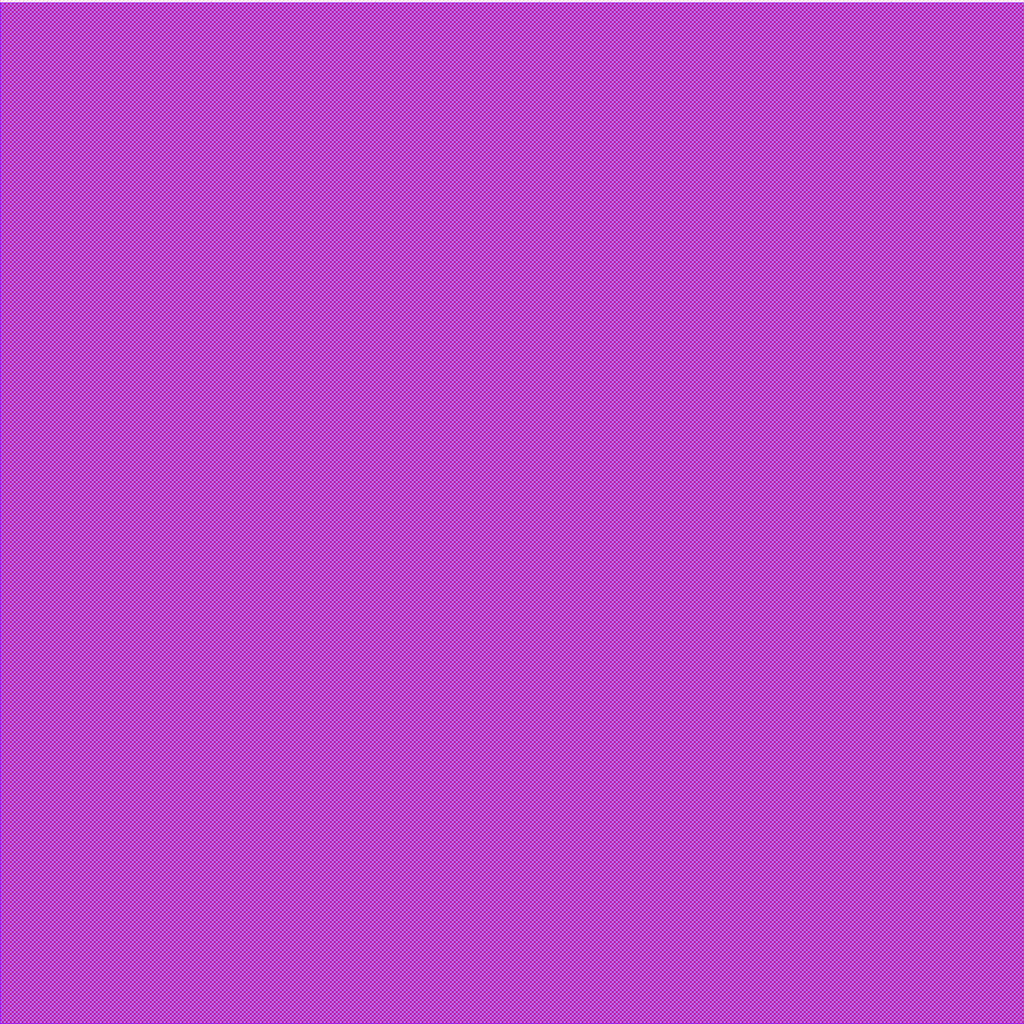
<source format=lef>
VERSION 5.5 ;
NAMESCASESENSITIVE ON ;
MACRO CORNERHA
    CLASS PAD ;
    FOREIGN CORNERHA 0.000 0.000 ;
    ORIGIN 0.000 0.000 ;
    SIZE 218.400 BY 218.400 ;
    SYMMETRY x y r90 ;
    SITE iocore_a ;
    OBS
        LAYER metal1 ;
        RECT  0.000 0.000 218.400 217.800 ;
        LAYER metal2 ;
        RECT  0.000 0.000 218.400 217.800 ;
        LAYER metal3 ;
        RECT  0.000 0.000 218.400 217.800 ;
        LAYER metal4 ;
        RECT  0.000 0.000 218.400 217.800 ;
        LAYER metal5 ;
        RECT  0.000 0.000 218.400 217.800 ;
        LAYER metal6 ;
        RECT  0.000 0.000 218.400 217.800 ;
        LAYER metal7 ;
        RECT  0.000 0.000 218.400 217.800 ;
        LAYER metal8 ;
        RECT  0.000 0.000 218.400 217.800 ;
    END
END CORNERHA

MACRO CORNERHAB
    CLASS PAD ;
    FOREIGN CORNERHAB 0.000 0.000 ;
    ORIGIN 0.000 0.000 ;
    SIZE 218.400 BY 152.000 ;
    SYMMETRY x y r90 ;
    SITE iocore_b ;
    OBS
        LAYER metal1 ;
        RECT  0.000 0.000 218.400 151.400 ;
        LAYER metal2 ;
        RECT  0.000 0.000 218.400 151.400 ;
        LAYER metal3 ;
        RECT  0.000 0.000 218.400 151.400 ;
        LAYER metal4 ;
        RECT  0.000 0.000 218.400 151.400 ;
        LAYER metal5 ;
        RECT  0.000 0.000 218.400 151.400 ;
        LAYER metal6 ;
        RECT  0.000 0.000 218.400 151.400 ;
        LAYER metal7 ;
        RECT  0.000 0.000 218.400 151.400 ;
        LAYER metal8 ;
        RECT  0.000 0.000 218.400 151.400 ;
    END
END CORNERHAB

MACRO CORNERHB
    CLASS PAD ;
    FOREIGN CORNERHB 0.000 0.000 ;
    ORIGIN 0.000 0.000 ;
    SIZE 152.000 BY 152.000 ;
    SYMMETRY x y r90 ;
    SITE iocore_b ;
    OBS
        LAYER metal1 ;
        RECT  0.000 0.000 152.000 151.400 ;
        LAYER metal2 ;
        RECT  0.000 0.000 152.000 151.400 ;
        LAYER metal3 ;
        RECT  0.000 0.000 152.000 151.400 ;
        LAYER metal4 ;
        RECT  0.000 0.000 152.000 151.400 ;
        LAYER metal5 ;
        RECT  0.000 0.000 152.000 151.400 ;
        LAYER metal6 ;
        RECT  0.000 0.000 152.000 151.400 ;
        LAYER metal7 ;
        RECT  0.000 0.000 152.000 151.400 ;
        LAYER metal8 ;
        RECT  0.000 0.000 152.000 151.400 ;
    END
END CORNERHB

MACRO EMPTY16HA
    CLASS PAD SPACER ;
    FOREIGN EMPTY16HA 0.000 0.000 ;
    ORIGIN 0.000 0.000 ;
    SIZE 6.400 BY 218.400 ;
    SYMMETRY x y r90 ;
    SITE iocore_a ;
    OBS
        LAYER metal1 ;
        RECT  0.000 0.000 6.400 217.800 ;
        LAYER metal2 ;
        RECT  0.000 0.000 6.400 217.800 ;
        LAYER metal3 ;
        RECT  0.000 0.000 6.400 217.800 ;
        LAYER metal4 ;
        RECT  0.000 0.000 6.400 217.800 ;
        LAYER metal5 ;
        RECT  0.000 0.000 6.400 217.800 ;
        LAYER metal6 ;
        RECT  0.000 0.000 6.400 217.800 ;
        LAYER metal7 ;
        RECT  0.000 0.000 6.400 217.800 ;
        LAYER metal8 ;
        RECT  0.000 0.000 6.400 217.800 ;
    END
END EMPTY16HA

MACRO EMPTY16HB
    CLASS PAD SPACER ;
    FOREIGN EMPTY16HB 0.000 0.000 ;
    ORIGIN 0.000 0.000 ;
    SIZE 6.400 BY 152.000 ;
    SYMMETRY x y r90 ;
    SITE iocore_b ;
    OBS
        LAYER metal1 ;
        RECT  0.000 0.000 6.400 151.400 ;
        LAYER metal2 ;
        RECT  0.000 0.000 6.400 151.400 ;
        LAYER metal3 ;
        RECT  0.000 0.000 6.400 151.400 ;
        LAYER metal4 ;
        RECT  0.000 0.000 6.400 151.400 ;
        LAYER metal5 ;
        RECT  0.000 0.000 6.400 151.400 ;
        LAYER metal6 ;
        RECT  0.000 0.000 6.400 151.400 ;
        LAYER metal7 ;
        RECT  0.000 0.000 6.400 151.400 ;
        LAYER metal8 ;
        RECT  0.000 0.000 6.400 151.400 ;
    END
END EMPTY16HB

MACRO EMPTY1HA
    CLASS PAD SPACER ;
    FOREIGN EMPTY1HA 0.000 0.000 ;
    ORIGIN 0.000 0.000 ;
    SIZE 0.400 BY 218.400 ;
    SYMMETRY x y r90 ;
    SITE iocore_a ;
    OBS
        LAYER metal1 ;
        RECT  0.000 0.000 0.400 217.800 ;
        LAYER metal2 ;
        RECT  0.000 0.000 0.400 217.800 ;
        LAYER metal3 ;
        RECT  0.000 0.000 0.400 217.800 ;
        LAYER metal4 ;
        RECT  0.000 0.000 0.400 217.800 ;
        LAYER metal5 ;
        RECT  0.000 0.000 0.400 217.800 ;
        LAYER metal6 ;
        RECT  0.000 0.000 0.400 217.800 ;
        LAYER metal7 ;
        RECT  0.000 0.000 0.400 217.800 ;
        LAYER metal8 ;
        RECT  0.000 0.000 0.400 217.800 ;
    END
END EMPTY1HA

MACRO EMPTY1HB
    CLASS PAD SPACER ;
    FOREIGN EMPTY1HB 0.000 0.000 ;
    ORIGIN 0.000 0.000 ;
    SIZE 0.400 BY 152.000 ;
    SYMMETRY x y r90 ;
    SITE iocore_b ;
    OBS
        LAYER metal1 ;
        RECT  0.000 0.000 0.400 151.400 ;
        LAYER metal2 ;
        RECT  0.000 0.000 0.400 151.400 ;
        LAYER metal3 ;
        RECT  0.000 0.000 0.400 151.400 ;
        LAYER metal4 ;
        RECT  0.000 0.000 0.400 151.400 ;
        LAYER metal5 ;
        RECT  0.000 0.000 0.400 151.400 ;
        LAYER metal6 ;
        RECT  0.000 0.000 0.400 151.400 ;
        LAYER metal7 ;
        RECT  0.000 0.000 0.400 151.400 ;
        LAYER metal8 ;
        RECT  0.000 0.000 0.400 151.400 ;
    END
END EMPTY1HB

MACRO EMPTY2HA
    CLASS PAD SPACER ;
    FOREIGN EMPTY2HA 0.000 0.000 ;
    ORIGIN 0.000 0.000 ;
    SIZE 0.800 BY 218.400 ;
    SYMMETRY x y r90 ;
    SITE iocore_a ;
    OBS
        LAYER metal1 ;
        RECT  0.000 0.000 0.800 217.800 ;
        LAYER metal2 ;
        RECT  0.000 0.000 0.800 217.800 ;
        LAYER metal3 ;
        RECT  0.000 0.000 0.800 217.800 ;
        LAYER metal4 ;
        RECT  0.000 0.000 0.800 217.800 ;
        LAYER metal5 ;
        RECT  0.000 0.000 0.800 217.800 ;
        LAYER metal6 ;
        RECT  0.000 0.000 0.800 217.800 ;
        LAYER metal7 ;
        RECT  0.000 0.000 0.800 217.800 ;
        LAYER metal8 ;
        RECT  0.000 0.000 0.800 217.800 ;
    END
END EMPTY2HA

MACRO EMPTY2HB
    CLASS PAD SPACER ;
    FOREIGN EMPTY2HB 0.000 0.000 ;
    ORIGIN 0.000 0.000 ;
    SIZE 0.800 BY 152.000 ;
    SYMMETRY x y r90 ;
    SITE iocore_b ;
    OBS
        LAYER metal1 ;
        RECT  0.000 0.000 0.800 151.400 ;
        LAYER metal2 ;
        RECT  0.000 0.000 0.800 151.400 ;
        LAYER metal3 ;
        RECT  0.000 0.000 0.800 151.400 ;
        LAYER metal4 ;
        RECT  0.000 0.000 0.800 151.400 ;
        LAYER metal5 ;
        RECT  0.000 0.000 0.800 151.400 ;
        LAYER metal6 ;
        RECT  0.000 0.000 0.800 151.400 ;
        LAYER metal7 ;
        RECT  0.000 0.000 0.800 151.400 ;
        LAYER metal8 ;
        RECT  0.000 0.000 0.800 151.400 ;
    END
END EMPTY2HB

MACRO EMPTY4HA
    CLASS PAD SPACER ;
    FOREIGN EMPTY4HA 0.000 0.000 ;
    ORIGIN 0.000 0.000 ;
    SIZE 1.600 BY 218.400 ;
    SYMMETRY x y r90 ;
    SITE iocore_a ;
    OBS
        LAYER metal1 ;
        RECT  0.000 0.000 1.600 217.800 ;
        LAYER metal2 ;
        RECT  0.000 0.000 1.600 217.800 ;
        LAYER metal3 ;
        RECT  0.000 0.000 1.600 217.800 ;
        LAYER metal4 ;
        RECT  0.000 0.000 1.600 217.800 ;
        LAYER metal5 ;
        RECT  0.000 0.000 1.600 217.800 ;
        LAYER metal6 ;
        RECT  0.000 0.000 1.600 217.800 ;
        LAYER metal7 ;
        RECT  0.000 0.000 1.600 217.800 ;
        LAYER metal8 ;
        RECT  0.000 0.000 1.600 217.800 ;
    END
END EMPTY4HA

MACRO EMPTY4HB
    CLASS PAD SPACER ;
    FOREIGN EMPTY4HB 0.000 0.000 ;
    ORIGIN 0.000 0.000 ;
    SIZE 1.600 BY 152.000 ;
    SYMMETRY x y r90 ;
    SITE iocore_b ;
    OBS
        LAYER metal1 ;
        RECT  0.000 0.000 1.600 151.400 ;
        LAYER metal2 ;
        RECT  0.000 0.000 1.600 151.400 ;
        LAYER metal3 ;
        RECT  0.000 0.000 1.600 151.400 ;
        LAYER metal4 ;
        RECT  0.000 0.000 1.600 151.400 ;
        LAYER metal5 ;
        RECT  0.000 0.000 1.600 151.400 ;
        LAYER metal6 ;
        RECT  0.000 0.000 1.600 151.400 ;
        LAYER metal7 ;
        RECT  0.000 0.000 1.600 151.400 ;
        LAYER metal8 ;
        RECT  0.000 0.000 1.600 151.400 ;
    END
END EMPTY4HB

MACRO EMPTY8HA
    CLASS PAD SPACER ;
    FOREIGN EMPTY8HA 0.000 0.000 ;
    ORIGIN 0.000 0.000 ;
    SIZE 3.200 BY 218.400 ;
    SYMMETRY x y r90 ;
    SITE iocore_a ;
    OBS
        LAYER metal1 ;
        RECT  0.000 0.000 3.200 217.800 ;
        LAYER metal2 ;
        RECT  0.000 0.000 3.200 217.800 ;
        LAYER metal3 ;
        RECT  0.000 0.000 3.200 217.800 ;
        LAYER metal4 ;
        RECT  0.000 0.000 3.200 217.800 ;
        LAYER metal5 ;
        RECT  0.000 0.000 3.200 217.800 ;
        LAYER metal6 ;
        RECT  0.000 0.000 3.200 217.800 ;
        LAYER metal7 ;
        RECT  0.000 0.000 3.200 217.800 ;
        LAYER metal8 ;
        RECT  0.000 0.000 3.200 217.800 ;
    END
END EMPTY8HA

MACRO EMPTY8HB
    CLASS PAD SPACER ;
    FOREIGN EMPTY8HB 0.000 0.000 ;
    ORIGIN 0.000 0.000 ;
    SIZE 3.200 BY 152.000 ;
    SYMMETRY x y r90 ;
    SITE iocore_b ;
    OBS
        LAYER metal1 ;
        RECT  0.000 0.000 3.200 151.400 ;
        LAYER metal2 ;
        RECT  0.000 0.000 3.200 151.400 ;
        LAYER metal3 ;
        RECT  0.000 0.000 3.200 151.400 ;
        LAYER metal4 ;
        RECT  0.000 0.000 3.200 151.400 ;
        LAYER metal5 ;
        RECT  0.000 0.000 3.200 151.400 ;
        LAYER metal6 ;
        RECT  0.000 0.000 3.200 151.400 ;
        LAYER metal7 ;
        RECT  0.000 0.000 3.200 151.400 ;
        LAYER metal8 ;
        RECT  0.000 0.000 3.200 151.400 ;
    END
END EMPTY8HB

MACRO EMPTYGRHA
    CLASS PAD SPACER ;
    FOREIGN EMPTYGRHA 0.000 0.000 ;
    ORIGIN 0.000 0.000 ;
    SIZE 3.200 BY 218.400 ;
    SYMMETRY x y r90 ;
    SITE iocore_a ;
    OBS
        LAYER metal1 ;
        RECT  0.000 0.000 3.200 217.800 ;
        LAYER metal2 ;
        RECT  0.000 0.000 3.200 217.800 ;
        LAYER metal3 ;
        RECT  0.000 0.000 3.200 217.800 ;
        LAYER metal4 ;
        RECT  0.000 0.000 3.200 217.800 ;
        LAYER metal5 ;
        RECT  0.000 0.000 3.200 217.800 ;
        LAYER metal6 ;
        RECT  0.000 0.000 3.200 217.800 ;
        LAYER metal7 ;
        RECT  0.000 0.000 3.200 217.800 ;
        LAYER metal8 ;
        RECT  0.000 0.000 3.200 217.800 ;
    END
END EMPTYGRHA

MACRO EMPTYGRHB
    CLASS PAD SPACER ;
    FOREIGN EMPTYGRHB 0.000 0.000 ;
    ORIGIN 0.000 0.000 ;
    SIZE 3.200 BY 152.000 ;
    SYMMETRY x y r90 ;
    SITE iocore_b ;
    OBS
        LAYER metal1 ;
        RECT  0.000 0.000 3.200 151.400 ;
        LAYER metal2 ;
        RECT  0.000 0.000 3.200 151.400 ;
        LAYER metal3 ;
        RECT  0.000 0.000 3.200 151.400 ;
        LAYER metal4 ;
        RECT  0.000 0.000 3.200 151.400 ;
        LAYER metal5 ;
        RECT  0.000 0.000 3.200 151.400 ;
        LAYER metal6 ;
        RECT  0.000 0.000 3.200 151.400 ;
        LAYER metal7 ;
        RECT  0.000 0.000 3.200 151.400 ;
        LAYER metal8 ;
        RECT  0.000 0.000 3.200 151.400 ;
    END
END EMPTYGRHB

MACRO GND3IHA
    CLASS PAD ;
    FOREIGN GND3IHA 0.000 0.000 ;
    ORIGIN 0.000 0.000 ;
    SIZE 40.800 BY 218.400 ;
    SYMMETRY x y r90 ;
    SITE iocore_a ;
    PIN GND3I
        DIRECTION INOUT ;
        USE ANALOG ;
        PORT
        LAYER metal8 ;
        RECT  2.000 0.000 38.800 3.480 ;
        LAYER metal7 ;
        RECT  2.000 0.000 38.800 3.480 ;
        LAYER metal6 ;
        RECT  2.000 0.000 38.800 3.480 ;
        LAYER metal5 ;
        RECT  2.000 0.000 38.800 3.480 ;
        LAYER metal4 ;
        RECT  2.000 0.000 38.800 3.480 ;
        LAYER metal3 ;
        RECT  2.000 0.000 38.800 3.480 ;
        LAYER metal2 ;
        RECT  2.000 0.000 38.800 3.480 ;
        LAYER metal1 ;
        RECT  2.000 0.000 38.800 3.480 ;
        END
    END GND3I
    OBS
        LAYER metal1 ;
        POLYGON  40.800 218.400 0.000 218.400 0.000 0.000 1.740 0.000 1.740 3.740
                 39.060 3.740 39.060 0.000 40.800 0.000 ;
        LAYER via ;
        RECT  2.000 0.000 38.800 3.480 ;
        LAYER metal2 ;
        POLYGON  40.800 218.400 0.000 218.400 0.000 0.000 1.720 0.000 1.720 3.760
                 39.080 3.760 39.080 0.000 40.800 0.000 ;
        LAYER via2 ;
        RECT  2.000 0.000 38.800 3.480 ;
        LAYER metal3 ;
        POLYGON  40.800 218.400 0.000 218.400 0.000 0.000 1.720 0.000 1.720 3.760
                 39.080 3.760 39.080 0.000 40.800 0.000 ;
        LAYER via3 ;
        RECT  2.000 0.000 38.800 3.480 ;
        LAYER metal4 ;
        POLYGON  40.800 218.400 0.000 218.400 0.000 0.000 1.720 0.000 1.720 3.760
                 39.080 3.760 39.080 0.000 40.800 0.000 ;
        LAYER via4 ;
        RECT  2.000 0.000 38.800 3.480 ;
        LAYER metal5 ;
        POLYGON  40.800 218.400 0.000 218.400 0.000 0.000 1.500 0.000 1.500 3.980
                 39.300 3.980 39.300 0.000 40.800 0.000 ;
        LAYER via5 ;
        RECT  2.000 0.000 38.800 3.480 ;
        LAYER metal6 ;
        POLYGON  40.800 218.400 0.000 218.400 0.000 0.000 1.500 0.000 1.500 3.980
                 39.300 3.980 39.300 0.000 40.800 0.000 ;
        LAYER via6 ;
        RECT  2.000 0.000 38.800 3.480 ;
        LAYER metal7 ;
        POLYGON  40.800 218.400 0.000 218.400 0.000 0.000 1.500 0.000 1.500 3.980
                 39.300 3.980 39.300 0.000 40.800 0.000 ;
        LAYER via7 ;
        RECT  2.000 0.000 38.800 3.480 ;
        LAYER metal8 ;
        POLYGON  40.800 218.400 0.000 218.400 0.000 0.000 1.500 0.000 1.500 3.980
                 39.300 3.980 39.300 0.000 40.800 0.000 ;
    END
END GND3IHA

MACRO GND3IHB
    CLASS PAD ;
    FOREIGN GND3IHB 0.000 0.000 ;
    ORIGIN 0.000 0.000 ;
    SIZE 62.000 BY 152.000 ;
    SYMMETRY x y r90 ;
    SITE iocore_b ;
    PIN GND3I
        DIRECTION INOUT ;
        USE ANALOG ;
        PORT
        LAYER metal8 ;
        RECT  2.860 0.000 59.140 3.480 ;
        LAYER metal7 ;
        RECT  2.860 0.000 59.140 3.480 ;
        LAYER metal6 ;
        RECT  2.860 0.000 59.140 3.480 ;
        LAYER metal5 ;
        RECT  2.860 0.000 59.140 3.480 ;
        LAYER metal4 ;
        RECT  2.860 0.000 59.140 3.480 ;
        LAYER metal3 ;
        RECT  2.860 0.000 59.140 3.480 ;
        LAYER metal2 ;
        RECT  2.860 0.000 59.140 3.480 ;
        LAYER metal1 ;
        RECT  2.860 0.000 59.140 3.480 ;
        END
    END GND3I
    OBS
        LAYER metal1 ;
        POLYGON  62.000 152.000 0.000 152.000 0.000 0.000 2.600 0.000 2.600 3.740
                 59.400 3.740 59.400 0.000 62.000 0.000 ;
        LAYER via ;
        RECT  2.860 0.000 59.140 3.480 ;
        LAYER metal2 ;
        POLYGON  62.000 152.000 0.000 152.000 0.000 0.000 2.580 0.000 2.580 3.760
                 59.420 3.760 59.420 0.000 62.000 0.000 ;
        LAYER via2 ;
        RECT  2.860 0.000 59.140 3.480 ;
        LAYER metal3 ;
        POLYGON  62.000 152.000 0.000 152.000 0.000 0.000 2.580 0.000 2.580 3.760
                 59.420 3.760 59.420 0.000 62.000 0.000 ;
        LAYER via3 ;
        RECT  2.860 0.000 59.140 3.480 ;
        LAYER metal4 ;
        POLYGON  62.000 152.000 0.000 152.000 0.000 0.000 2.580 0.000 2.580 3.760
                 59.420 3.760 59.420 0.000 62.000 0.000 ;
        LAYER via4 ;
        RECT  2.860 0.000 59.140 3.480 ;
        LAYER metal5 ;
        POLYGON  62.000 152.000 0.000 152.000 0.000 0.000 2.360 0.000 2.360 3.980
                 59.640 3.980 59.640 0.000 62.000 0.000 ;
        LAYER via5 ;
        RECT  2.860 0.000 59.140 3.480 ;
        LAYER metal6 ;
        POLYGON  62.000 152.000 0.000 152.000 0.000 0.000 2.360 0.000 2.360 3.980
                 59.640 3.980 59.640 0.000 62.000 0.000 ;
        LAYER via6 ;
        RECT  2.860 0.000 59.140 3.480 ;
        LAYER metal7 ;
        POLYGON  62.000 152.000 0.000 152.000 0.000 0.000 2.360 0.000 2.360 3.980
                 59.640 3.980 59.640 0.000 62.000 0.000 ;
        LAYER via7 ;
        RECT  2.860 0.000 59.140 3.480 ;
        LAYER metal8 ;
        POLYGON  62.000 152.000 0.000 152.000 0.000 0.000 2.360 0.000 2.360 3.980
                 59.640 3.980 59.640 0.000 62.000 0.000 ;
    END
END GND3IHB

MACRO GND3IOHA
    CLASS PAD ;
    FOREIGN GND3IOHA 0.000 0.000 ;
    ORIGIN 0.000 0.000 ;
    SIZE 40.800 BY 218.400 ;
    SYMMETRY x y r90 ;
    SITE iocore_a ;
    PIN GND3IO
        DIRECTION INOUT ;
        USE ANALOG ;
        PORT
        LAYER metal8 ;
        RECT  2.000 0.000 38.800 3.480 ;
        LAYER metal7 ;
        RECT  2.000 0.000 38.800 3.480 ;
        LAYER metal6 ;
        RECT  2.000 0.000 38.800 3.480 ;
        LAYER metal5 ;
        RECT  2.000 0.000 38.800 3.480 ;
        LAYER metal4 ;
        RECT  2.000 0.000 38.800 3.480 ;
        LAYER metal3 ;
        RECT  2.000 0.000 38.800 3.480 ;
        LAYER metal2 ;
        RECT  2.000 0.000 38.800 3.480 ;
        LAYER metal1 ;
        RECT  2.000 0.000 38.800 3.480 ;
        END
    END GND3IO
    OBS
        LAYER metal1 ;
        POLYGON  40.800 217.800 0.000 217.800 0.000 0.000 1.740 0.000 1.740 3.740
                 39.060 3.740 39.060 0.000 40.800 0.000 ;
        LAYER via ;
        RECT  2.000 0.000 38.800 3.480 ;
        LAYER metal2 ;
        POLYGON  40.800 217.800 0.000 217.800 0.000 0.000 1.720 0.000 1.720 3.760
                 39.080 3.760 39.080 0.000 40.800 0.000 ;
        LAYER via2 ;
        RECT  2.000 0.000 38.800 3.480 ;
        LAYER metal3 ;
        POLYGON  40.800 217.800 0.000 217.800 0.000 0.000 1.720 0.000 1.720 3.760
                 39.080 3.760 39.080 0.000 40.800 0.000 ;
        LAYER via3 ;
        RECT  2.000 0.000 38.800 3.480 ;
        LAYER metal4 ;
        POLYGON  40.800 217.800 0.000 217.800 0.000 0.000 1.720 0.000 1.720 3.760
                 39.080 3.760 39.080 0.000 40.800 0.000 ;
        LAYER via4 ;
        RECT  2.000 0.000 38.800 3.480 ;
        LAYER metal5 ;
        POLYGON  40.800 217.800 0.000 217.800 0.000 0.000 1.500 0.000 1.500 3.980
                 39.300 3.980 39.300 0.000 40.800 0.000 ;
        LAYER via5 ;
        RECT  2.000 0.000 38.800 3.480 ;
        LAYER metal6 ;
        POLYGON  40.800 217.800 0.000 217.800 0.000 0.000 1.500 0.000 1.500 3.980
                 39.300 3.980 39.300 0.000 40.800 0.000 ;
        LAYER via6 ;
        RECT  2.000 0.000 38.800 3.480 ;
        LAYER metal7 ;
        POLYGON  40.800 217.800 0.000 217.800 0.000 0.000 1.500 0.000 1.500 3.980
                 39.300 3.980 39.300 0.000 40.800 0.000 ;
        LAYER via7 ;
        RECT  2.000 0.000 38.800 3.480 ;
        LAYER metal8 ;
        POLYGON  40.800 217.800 0.000 217.800 0.000 0.000 1.500 0.000 1.500 3.980
                 39.300 3.980 39.300 0.000 40.800 0.000 ;
    END
END GND3IOHA

MACRO GND3IOHB
    CLASS PAD ;
    FOREIGN GND3IOHB 0.000 0.000 ;
    ORIGIN 0.000 0.000 ;
    SIZE 62.000 BY 152.000 ;
    SYMMETRY x y r90 ;
    SITE iocore_b ;
    PIN GND3IO
        DIRECTION INOUT ;
        USE ANALOG ;
        PORT
        LAYER metal8 ;
        RECT  2.860 0.000 59.140 3.480 ;
        LAYER metal7 ;
        RECT  2.860 0.000 59.140 3.480 ;
        LAYER metal6 ;
        RECT  2.860 0.000 59.140 3.480 ;
        LAYER metal5 ;
        RECT  2.860 0.000 59.140 3.480 ;
        LAYER metal4 ;
        RECT  2.860 0.000 59.140 3.480 ;
        LAYER metal3 ;
        RECT  2.860 0.000 59.140 3.480 ;
        LAYER metal2 ;
        RECT  2.860 0.000 59.140 3.480 ;
        LAYER metal1 ;
        RECT  2.860 0.000 59.140 3.480 ;
        END
    END GND3IO
    OBS
        LAYER metal1 ;
        POLYGON  62.000 151.400 0.000 151.400 0.000 0.000 2.600 0.000 2.600 3.740
                 59.400 3.740 59.400 0.000 62.000 0.000 ;
        LAYER via ;
        RECT  2.860 0.000 59.140 3.480 ;
        LAYER metal2 ;
        POLYGON  62.000 151.400 0.000 151.400 0.000 0.000 2.580 0.000 2.580 3.760
                 59.420 3.760 59.420 0.000 62.000 0.000 ;
        LAYER via2 ;
        RECT  2.860 0.000 59.140 3.480 ;
        LAYER metal3 ;
        POLYGON  62.000 151.400 0.000 151.400 0.000 0.000 2.580 0.000 2.580 3.760
                 59.420 3.760 59.420 0.000 62.000 0.000 ;
        LAYER via3 ;
        RECT  2.860 0.000 59.140 3.480 ;
        LAYER metal4 ;
        POLYGON  62.000 151.400 0.000 151.400 0.000 0.000 2.580 0.000 2.580 3.760
                 59.420 3.760 59.420 0.000 62.000 0.000 ;
        LAYER via4 ;
        RECT  2.860 0.000 59.140 3.480 ;
        LAYER metal5 ;
        POLYGON  62.000 151.400 0.000 151.400 0.000 0.000 2.360 0.000 2.360 3.980
                 59.640 3.980 59.640 0.000 62.000 0.000 ;
        LAYER via5 ;
        RECT  2.860 0.000 59.140 3.480 ;
        LAYER metal6 ;
        POLYGON  62.000 151.400 0.000 151.400 0.000 0.000 2.360 0.000 2.360 3.980
                 59.640 3.980 59.640 0.000 62.000 0.000 ;
        LAYER via6 ;
        RECT  2.860 0.000 59.140 3.480 ;
        LAYER metal7 ;
        POLYGON  62.000 151.400 0.000 151.400 0.000 0.000 2.360 0.000 2.360 3.980
                 59.640 3.980 59.640 0.000 62.000 0.000 ;
        LAYER via7 ;
        RECT  2.860 0.000 59.140 3.480 ;
        LAYER metal8 ;
        POLYGON  62.000 151.400 0.000 151.400 0.000 0.000 2.360 0.000 2.360 3.980
                 59.640 3.980 59.640 0.000 62.000 0.000 ;
    END
END GND3IOHB

MACRO GNDKHA
    CLASS PAD ;
    FOREIGN GNDKHA 0.000 0.000 ;
    ORIGIN 0.000 0.000 ;
    SIZE 40.800 BY 218.400 ;
    SYMMETRY x y r90 ;
    SITE iocore_a ;
    PIN GND
        DIRECTION INOUT ;
        USE ground ;
        PORT
        CLASS CORE ;
        LAYER metal8 ;
        RECT  2.520 213.250 19.140 218.000 ;
        LAYER metal7 ;
        RECT  2.520 213.250 19.140 218.000 ;
        LAYER metal6 ;
        RECT  2.520 213.250 19.140 218.000 ;
        LAYER metal5 ;
        RECT  2.520 213.250 19.140 218.000 ;
        LAYER metal4 ;
        RECT  2.520 213.250 19.140 218.000 ;
        LAYER metal3 ;
        RECT  2.520 213.250 19.140 218.000 ;
        LAYER metal2 ;
        RECT  2.520 213.250 19.140 218.000 ;
        LAYER metal1 ;
        RECT  2.520 213.250 19.140 218.000 ;
        END
        PORT
        CLASS CORE ;
        LAYER metal8 ;
        RECT  21.660 213.250 38.280 218.000 ;
        LAYER metal7 ;
        RECT  21.660 213.250 38.280 218.000 ;
        LAYER metal6 ;
        RECT  21.660 213.250 38.280 218.000 ;
        LAYER metal5 ;
        RECT  21.660 213.250 38.280 218.000 ;
        LAYER metal4 ;
        RECT  21.660 213.250 38.280 218.000 ;
        LAYER metal3 ;
        RECT  21.660 213.250 38.280 218.000 ;
        LAYER metal2 ;
        RECT  21.660 213.250 38.280 218.000 ;
        LAYER metal1 ;
        RECT  21.660 213.250 38.280 218.000 ;
        END
        PORT
        CLASS CORE ;
        LAYER metal8 ;
        RECT  2.000 0.000 38.800 3.480 ;
        LAYER metal7 ;
        RECT  2.000 0.000 38.800 3.480 ;
        LAYER metal6 ;
        RECT  2.000 0.000 38.800 3.480 ;
        LAYER metal5 ;
        RECT  2.000 0.000 38.800 3.480 ;
        LAYER metal4 ;
        RECT  2.000 0.000 38.800 3.480 ;
        LAYER metal3 ;
        RECT  2.000 0.000 38.800 3.480 ;
        LAYER metal2 ;
        RECT  2.000 0.000 38.800 3.480 ;
        LAYER metal1 ;
        RECT  2.000 0.000 38.800 3.480 ;
        END
    END GND
    OBS
        LAYER metal1 ;
        POLYGON  40.800 217.800 38.540 217.800 38.540 212.990 21.400 212.990
                 21.400 217.800 19.400 217.800 19.400 212.990 2.260 212.990 2.260 217.800
                 0.000 217.800 0.000 0.000 1.740 0.000 1.740 3.740 39.060 3.740
                 39.060 0.000 40.800 0.000 ;
        LAYER via ;
        RECT  2.520 213.250 19.140 218.000 ;
        RECT  21.660 213.250 38.280 218.000 ;
        RECT  2.000 0.000 38.800 3.480 ;
        LAYER metal2 ;
        POLYGON  40.800 217.800 38.560 217.800 38.560 212.970 21.380 212.970
                 21.380 217.800 19.420 217.800 19.420 212.970 2.240 212.970 2.240 217.800
                 0.000 217.800 0.000 0.000 1.720 0.000 1.720 3.760 39.080 3.760
                 39.080 0.000 40.800 0.000 ;
        LAYER via2 ;
        RECT  2.520 213.250 19.140 218.000 ;
        RECT  21.660 213.250 38.280 218.000 ;
        RECT  2.000 0.000 38.800 3.480 ;
        LAYER metal3 ;
        POLYGON  40.800 217.800 38.560 217.800 38.560 212.970 21.380 212.970
                 21.380 217.800 19.420 217.800 19.420 212.970 2.240 212.970 2.240 217.800
                 0.000 217.800 0.000 0.000 1.720 0.000 1.720 3.760 39.080 3.760
                 39.080 0.000 40.800 0.000 ;
        LAYER via3 ;
        RECT  2.520 213.250 19.140 218.000 ;
        RECT  21.660 213.250 38.280 218.000 ;
        RECT  2.000 0.000 38.800 3.480 ;
        LAYER metal4 ;
        POLYGON  40.800 217.800 38.560 217.800 38.560 212.970 21.380 212.970
                 21.380 217.800 19.420 217.800 19.420 212.970 2.240 212.970 2.240 217.800
                 0.000 217.800 0.000 0.000 1.720 0.000 1.720 3.760 39.080 3.760
                 39.080 0.000 40.800 0.000 ;
        LAYER via4 ;
        RECT  2.520 213.250 19.140 218.000 ;
        RECT  21.660 213.250 38.280 218.000 ;
        RECT  2.000 0.000 38.800 3.480 ;
        LAYER metal5 ;
        POLYGON  40.800 217.800 38.780 217.800 38.780 212.750 21.160 212.750
                 21.160 217.800 19.640 217.800 19.640 212.750 2.020 212.750 2.020 217.800
                 0.000 217.800 0.000 0.000 1.500 0.000 1.500 3.980 39.300 3.980
                 39.300 0.000 40.800 0.000 ;
        LAYER via5 ;
        RECT  2.520 213.250 19.140 218.000 ;
        RECT  21.660 213.250 38.280 218.000 ;
        RECT  2.000 0.000 38.800 3.480 ;
        LAYER metal6 ;
        POLYGON  40.800 217.800 38.780 217.800 38.780 212.750 21.160 212.750
                 21.160 217.800 19.640 217.800 19.640 212.750 2.020 212.750 2.020 217.800
                 0.000 217.800 0.000 0.000 1.500 0.000 1.500 3.980 39.300 3.980
                 39.300 0.000 40.800 0.000 ;
        LAYER via6 ;
        RECT  2.520 213.250 19.140 218.000 ;
        RECT  21.660 213.250 38.280 218.000 ;
        RECT  2.000 0.000 38.800 3.480 ;
        LAYER metal7 ;
        POLYGON  40.800 217.800 38.780 217.800 38.780 212.750 21.160 212.750
                 21.160 217.800 19.640 217.800 19.640 212.750 2.020 212.750 2.020 217.800
                 0.000 217.800 0.000 0.000 1.500 0.000 1.500 3.980 39.300 3.980
                 39.300 0.000 40.800 0.000 ;
        LAYER via7 ;
        RECT  2.520 213.250 19.140 218.000 ;
        RECT  21.660 213.250 38.280 218.000 ;
        RECT  2.000 0.000 38.800 3.480 ;
        LAYER metal8 ;
        POLYGON  40.800 217.800 38.780 217.800 38.780 212.750 21.160 212.750
                 21.160 217.800 19.640 217.800 19.640 212.750 2.020 212.750 2.020 217.800
                 0.000 217.800 0.000 0.000 1.500 0.000 1.500 3.980 39.300 3.980
                 39.300 0.000 40.800 0.000 ;
    END
END GNDKHA

MACRO GNDKHB
    CLASS PAD ;
    FOREIGN GNDKHB 0.000 0.000 ;
    ORIGIN 0.000 0.000 ;
    SIZE 62.000 BY 152.000 ;
    SYMMETRY x y r90 ;
    SITE iocore_b ;
    PIN GND
        DIRECTION INOUT ;
        USE ground ;
        PORT
        CLASS CORE ;
        LAYER metal8 ;
        RECT  2.860 0.000 59.140 3.480 ;
        LAYER metal7 ;
        RECT  2.860 0.000 59.140 3.480 ;
        LAYER metal6 ;
        RECT  2.860 0.000 59.140 3.480 ;
        LAYER metal5 ;
        RECT  2.860 0.000 59.140 3.480 ;
        LAYER metal4 ;
        RECT  2.860 0.000 59.140 3.480 ;
        LAYER metal3 ;
        RECT  2.860 0.000 59.140 3.480 ;
        LAYER metal2 ;
        RECT  2.860 0.000 59.140 3.480 ;
        LAYER metal1 ;
        RECT  2.860 0.000 59.140 3.480 ;
        END
        PORT
        CLASS CORE ;
        LAYER metal8 ;
        RECT  3.960 147.050 25.200 151.600 ;
        LAYER metal7 ;
        RECT  3.960 147.050 25.200 151.600 ;
        LAYER metal6 ;
        RECT  3.960 147.050 25.200 151.600 ;
        LAYER metal5 ;
        RECT  3.960 147.050 25.200 151.600 ;
        LAYER metal4 ;
        RECT  3.960 147.050 25.200 151.600 ;
        LAYER metal3 ;
        RECT  3.960 147.050 25.200 151.600 ;
        LAYER metal2 ;
        RECT  3.960 147.050 25.200 151.600 ;
        LAYER metal1 ;
        RECT  3.960 147.050 25.200 151.600 ;
        END
        PORT
        CLASS CORE ;
        LAYER metal8 ;
        RECT  36.800 147.050 58.020 151.600 ;
        LAYER metal7 ;
        RECT  36.800 147.050 58.020 151.600 ;
        LAYER metal6 ;
        RECT  36.800 147.050 58.020 151.600 ;
        LAYER metal5 ;
        RECT  36.800 147.050 58.020 151.600 ;
        LAYER metal4 ;
        RECT  36.800 147.050 58.020 151.600 ;
        LAYER metal3 ;
        RECT  36.800 147.050 58.020 151.600 ;
        LAYER metal2 ;
        RECT  36.800 147.050 58.020 151.600 ;
        LAYER metal1 ;
        RECT  36.800 147.050 58.020 151.600 ;
        END
    END GND
    OBS
        LAYER metal1 ;
        POLYGON  62.000 151.600 58.280 151.600 58.280 146.790 36.540 146.790
                 36.540 151.600 25.460 151.600 25.460 146.790 3.700 146.790 3.700 151.600
                 0.000 151.600 0.000 0.000 2.600 0.000 2.600 3.740 59.400 3.740
                 59.400 0.000 62.000 0.000 ;
        LAYER via ;
        RECT  2.860 0.000 59.140 3.480 ;
        RECT  3.960 147.050 25.200 151.600 ;
        RECT  36.800 147.050 58.020 151.600 ;
        LAYER metal2 ;
        POLYGON  62.000 151.600 58.300 151.600 58.300 146.770 36.520 146.770
                 36.520 151.600 25.480 151.600 25.480 146.770 3.680 146.770 3.680 151.600
                 0.000 151.600 0.000 0.000 2.580 0.000 2.580 3.760 59.420 3.760
                 59.420 0.000 62.000 0.000 ;
        LAYER via2 ;
        RECT  2.860 0.000 59.140 3.480 ;
        RECT  3.960 147.050 25.200 151.600 ;
        RECT  36.800 147.050 58.020 151.600 ;
        LAYER metal3 ;
        POLYGON  62.000 151.600 58.300 151.600 58.300 146.770 36.520 146.770
                 36.520 151.600 25.480 151.600 25.480 146.770 3.680 146.770 3.680 151.600
                 0.000 151.600 0.000 0.000 2.580 0.000 2.580 3.760 59.420 3.760
                 59.420 0.000 62.000 0.000 ;
        LAYER via3 ;
        RECT  2.860 0.000 59.140 3.480 ;
        RECT  3.960 147.050 25.200 151.600 ;
        RECT  36.800 147.050 58.020 151.600 ;
        LAYER metal4 ;
        POLYGON  62.000 151.600 58.300 151.600 58.300 146.770 36.520 146.770
                 36.520 151.600 25.480 151.600 25.480 146.770 3.680 146.770 3.680 151.600
                 0.000 151.600 0.000 0.000 2.580 0.000 2.580 3.760 59.420 3.760
                 59.420 0.000 62.000 0.000 ;
        LAYER via4 ;
        RECT  2.860 0.000 59.140 3.480 ;
        RECT  3.960 147.050 25.200 151.600 ;
        RECT  36.800 147.050 58.020 151.600 ;
        LAYER metal5 ;
        POLYGON  62.000 151.600 58.520 151.600 58.520 146.550 36.300 146.550
                 36.300 151.600 25.700 151.600 25.700 146.550 3.460 146.550 3.460 151.600
                 0.000 151.600 0.000 0.000 2.360 0.000 2.360 3.980 59.640 3.980
                 59.640 0.000 62.000 0.000 ;
        LAYER via5 ;
        RECT  2.860 0.000 59.140 3.480 ;
        RECT  3.960 147.050 25.200 151.600 ;
        RECT  36.800 147.050 58.020 151.600 ;
        LAYER metal6 ;
        POLYGON  62.000 151.600 58.520 151.600 58.520 146.550 36.300 146.550
                 36.300 151.600 25.700 151.600 25.700 146.550 3.460 146.550 3.460 151.600
                 0.000 151.600 0.000 0.000 2.360 0.000 2.360 3.980 59.640 3.980
                 59.640 0.000 62.000 0.000 ;
        LAYER via6 ;
        RECT  2.860 0.000 59.140 3.480 ;
        RECT  3.960 147.050 25.200 151.600 ;
        RECT  36.800 147.050 58.020 151.600 ;
        LAYER metal7 ;
        POLYGON  62.000 151.600 58.520 151.600 58.520 146.550 36.300 146.550
                 36.300 151.600 25.700 151.600 25.700 146.550 3.460 146.550 3.460 151.600
                 0.000 151.600 0.000 0.000 2.360 0.000 2.360 3.980 59.640 3.980
                 59.640 0.000 62.000 0.000 ;
        LAYER via7 ;
        RECT  2.860 0.000 59.140 3.480 ;
        RECT  3.960 147.050 25.200 151.600 ;
        RECT  36.800 147.050 58.020 151.600 ;
        LAYER metal8 ;
        POLYGON  62.000 151.600 58.520 151.600 58.520 146.550 36.300 146.550
                 36.300 151.600 25.700 151.600 25.700 146.550 3.460 146.550 3.460 151.600
                 0.000 151.600 0.000 0.000 2.360 0.000 2.360 3.980 59.640 3.980
                 59.640 0.000 62.000 0.000 ;
    END
END GNDKHB

MACRO GNDOHA
    CLASS PAD ;
    FOREIGN GNDOHA 0.000 0.000 ;
    ORIGIN 0.000 0.000 ;
    SIZE 40.800 BY 218.400 ;
    SYMMETRY x y r90 ;
    SITE iocore_a ;
    PIN GNDO
        DIRECTION INOUT ;
        USE ANALOG ;
        PORT
        LAYER metal8 ;
        RECT  2.000 0.000 38.800 3.480 ;
        LAYER metal7 ;
        RECT  2.000 0.000 38.800 3.480 ;
        LAYER metal6 ;
        RECT  2.000 0.000 38.800 3.480 ;
        LAYER metal5 ;
        RECT  2.000 0.000 38.800 3.480 ;
        LAYER metal4 ;
        RECT  2.000 0.000 38.800 3.480 ;
        LAYER metal3 ;
        RECT  2.000 0.000 38.800 3.480 ;
        LAYER metal2 ;
        RECT  2.000 0.000 38.800 3.480 ;
        LAYER metal1 ;
        RECT  2.000 0.000 38.800 3.480 ;
        END
    END GNDO
    OBS
        LAYER metal1 ;
        POLYGON  40.800 217.800 0.000 217.800 0.000 0.000 1.740 0.000 1.740 3.740
                 39.060 3.740 39.060 0.000 40.800 0.000 ;
        LAYER via ;
        RECT  2.000 0.000 38.800 3.480 ;
        LAYER metal2 ;
        POLYGON  40.800 217.800 0.000 217.800 0.000 0.000 1.720 0.000 1.720 3.760
                 39.080 3.760 39.080 0.000 40.800 0.000 ;
        LAYER via2 ;
        RECT  2.000 0.000 38.800 3.480 ;
        LAYER metal3 ;
        POLYGON  40.800 217.800 0.000 217.800 0.000 0.000 1.720 0.000 1.720 3.760
                 39.080 3.760 39.080 0.000 40.800 0.000 ;
        LAYER via3 ;
        RECT  2.000 0.000 38.800 3.480 ;
        LAYER metal4 ;
        POLYGON  40.800 217.800 0.000 217.800 0.000 0.000 1.720 0.000 1.720 3.760
                 39.080 3.760 39.080 0.000 40.800 0.000 ;
        LAYER via4 ;
        RECT  2.000 0.000 38.800 3.480 ;
        LAYER metal5 ;
        POLYGON  40.800 217.800 0.000 217.800 0.000 0.000 1.500 0.000 1.500 3.980
                 39.300 3.980 39.300 0.000 40.800 0.000 ;
        LAYER via5 ;
        RECT  2.000 0.000 38.800 3.480 ;
        LAYER metal6 ;
        POLYGON  40.800 217.800 0.000 217.800 0.000 0.000 1.500 0.000 1.500 3.980
                 39.300 3.980 39.300 0.000 40.800 0.000 ;
        LAYER via6 ;
        RECT  2.000 0.000 38.800 3.480 ;
        LAYER metal7 ;
        POLYGON  40.800 217.800 0.000 217.800 0.000 0.000 1.500 0.000 1.500 3.980
                 39.300 3.980 39.300 0.000 40.800 0.000 ;
        LAYER via7 ;
        RECT  2.000 0.000 38.800 3.480 ;
        LAYER metal8 ;
        POLYGON  40.800 217.800 0.000 217.800 0.000 0.000 1.500 0.000 1.500 3.980
                 39.300 3.980 39.300 0.000 40.800 0.000 ;
    END
END GNDOHA

MACRO GNDOHB
    CLASS PAD ;
    FOREIGN GNDOHB 0.000 0.000 ;
    ORIGIN 0.000 0.000 ;
    SIZE 62.000 BY 152.000 ;
    SYMMETRY x y r90 ;
    SITE iocore_b ;
    PIN GNDO
        DIRECTION INOUT ;
        USE ANALOG ;
        PORT
        LAYER metal8 ;
        RECT  2.860 0.000 59.140 3.480 ;
        LAYER metal7 ;
        RECT  2.860 0.000 59.140 3.480 ;
        LAYER metal6 ;
        RECT  2.860 0.000 59.140 3.480 ;
        LAYER metal5 ;
        RECT  2.860 0.000 59.140 3.480 ;
        LAYER metal4 ;
        RECT  2.860 0.000 59.140 3.480 ;
        LAYER metal3 ;
        RECT  2.860 0.000 59.140 3.480 ;
        LAYER metal2 ;
        RECT  2.860 0.000 59.140 3.480 ;
        LAYER metal1 ;
        RECT  2.860 0.000 59.140 3.480 ;
        END
    END GNDO
    OBS
        LAYER metal1 ;
        POLYGON  62.000 151.400 0.000 151.400 0.000 0.000 2.600 0.000 2.600 3.740
                 59.400 3.740 59.400 0.000 62.000 0.000 ;
        LAYER via ;
        RECT  2.860 0.000 59.140 3.480 ;
        LAYER metal2 ;
        POLYGON  62.000 151.400 0.000 151.400 0.000 0.000 2.580 0.000 2.580 3.760
                 59.420 3.760 59.420 0.000 62.000 0.000 ;
        LAYER via2 ;
        RECT  2.860 0.000 59.140 3.480 ;
        LAYER metal3 ;
        POLYGON  62.000 151.400 0.000 151.400 0.000 0.000 2.580 0.000 2.580 3.760
                 59.420 3.760 59.420 0.000 62.000 0.000 ;
        LAYER via3 ;
        RECT  2.860 0.000 59.140 3.480 ;
        LAYER metal4 ;
        POLYGON  62.000 151.400 0.000 151.400 0.000 0.000 2.580 0.000 2.580 3.760
                 59.420 3.760 59.420 0.000 62.000 0.000 ;
        LAYER via4 ;
        RECT  2.860 0.000 59.140 3.480 ;
        LAYER metal5 ;
        POLYGON  62.000 151.400 0.000 151.400 0.000 0.000 2.360 0.000 2.360 3.980
                 59.640 3.980 59.640 0.000 62.000 0.000 ;
        LAYER via5 ;
        RECT  2.860 0.000 59.140 3.480 ;
        LAYER metal6 ;
        POLYGON  62.000 151.400 0.000 151.400 0.000 0.000 2.360 0.000 2.360 3.980
                 59.640 3.980 59.640 0.000 62.000 0.000 ;
        LAYER via6 ;
        RECT  2.860 0.000 59.140 3.480 ;
        LAYER metal7 ;
        POLYGON  62.000 151.400 0.000 151.400 0.000 0.000 2.360 0.000 2.360 3.980
                 59.640 3.980 59.640 0.000 62.000 0.000 ;
        LAYER via7 ;
        RECT  2.860 0.000 59.140 3.480 ;
        LAYER metal8 ;
        POLYGON  62.000 151.400 0.000 151.400 0.000 0.000 2.360 0.000 2.360 3.980
                 59.640 3.980 59.640 0.000 62.000 0.000 ;
    END
END GNDOHB

MACRO PAD5MH
    CLASS BLOCK ;
    FOREIGN PAD5MH 0.000 0.000 ;
    ORIGIN 0.000 0.000 ;
    SIZE 75.000 BY 63.000 ;
    SYMMETRY x y r90 ;
#     SITE core ;
    OBS
        LAYER metal1 ;
        RECT  0.000 0.000 75.000 63.000 ;
        LAYER metal2 ;
        RECT  0.000 0.000 75.000 63.000 ;
        LAYER metal3 ;
        RECT  0.000 0.000 75.000 63.000 ;
        LAYER metal4 ;
        RECT  0.000 0.000 75.000 63.000 ;
        LAYER metal5 ;
        RECT  0.000 0.000 75.000 63.000 ;
        LAYER metal6 ;
        RECT  0.000 0.000 75.000 63.000 ;
        LAYER metal7 ;
        RECT  0.000 0.000 75.000 63.000 ;
        LAYER metal8 ;
        RECT  0.000 0.000 75.000 63.000 ;
    END
END PAD5MH

MACRO PAD6MH
    CLASS BLOCK ;
    FOREIGN PAD6MH 0.000 0.000 ;
    ORIGIN 0.000 0.000 ;
    SIZE 75.000 BY 63.000 ;
    SYMMETRY x y r90 ;
#     SITE core ;
    OBS
        LAYER metal1 ;
        RECT  0.000 0.000 75.000 63.000 ;
        LAYER metal2 ;
        RECT  0.000 0.000 75.000 63.000 ;
        LAYER metal3 ;
        RECT  0.000 0.000 75.000 63.000 ;
        LAYER metal4 ;
        RECT  0.000 0.000 75.000 63.000 ;
        LAYER metal5 ;
        RECT  0.000 0.000 75.000 63.000 ;
        LAYER metal6 ;
        RECT  0.000 0.000 75.000 63.000 ;
        LAYER metal7 ;
        RECT  0.000 0.000 75.000 63.000 ;
        LAYER metal8 ;
        RECT  0.000 0.000 75.000 63.000 ;
    END
END PAD6MH

MACRO PAD7MH
    CLASS BLOCK ;
    FOREIGN PAD7MH 0.000 0.000 ;
    ORIGIN 0.000 0.000 ;
    SIZE 75.000 BY 63.000 ;
    SYMMETRY x y r90 ;
#     SITE core ;
    OBS
        LAYER metal1 ;
        RECT  0.000 0.000 75.000 63.000 ;
        LAYER metal2 ;
        RECT  0.000 0.000 75.000 63.000 ;
        LAYER metal3 ;
        RECT  0.000 0.000 75.000 63.000 ;
        LAYER metal4 ;
        RECT  0.000 0.000 75.000 63.000 ;
        LAYER metal5 ;
        RECT  0.000 0.000 75.000 63.000 ;
        LAYER metal6 ;
        RECT  0.000 0.000 75.000 63.000 ;
        LAYER metal7 ;
        RECT  0.000 0.000 75.000 63.000 ;
        LAYER metal8 ;
        RECT  0.000 0.000 75.000 63.000 ;
    END
END PAD7MH

MACRO PAD8MH
    CLASS BLOCK ;
    FOREIGN PAD8MH 0.000 0.000 ;
    ORIGIN 0.000 0.000 ;
    SIZE 75.000 BY 63.000 ;
    SYMMETRY x y r90 ;
#     SITE core ;
    OBS
        LAYER metal1 ;
        RECT  0.000 0.000 75.000 63.000 ;
        LAYER metal2 ;
        RECT  0.000 0.000 75.000 63.000 ;
        LAYER metal3 ;
        RECT  0.000 0.000 75.000 63.000 ;
        LAYER metal4 ;
        RECT  0.000 0.000 75.000 63.000 ;
        LAYER metal5 ;
        RECT  0.000 0.000 75.000 63.000 ;
        LAYER metal6 ;
        RECT  0.000 0.000 75.000 63.000 ;
        LAYER metal7 ;
        RECT  0.000 0.000 75.000 63.000 ;
        LAYER metal8 ;
        RECT  0.000 0.000 75.000 63.000 ;
    END
END PAD8MH

MACRO VCC3IHA
    CLASS PAD ;
    FOREIGN VCC3IHA 0.000 0.000 ;
    ORIGIN 0.000 0.000 ;
    SIZE 40.800 BY 218.400 ;
    SYMMETRY x y r90 ;
    SITE iocore_a ;
    PIN VCC3I
        DIRECTION INOUT ;
        USE ANALOG ;
        PORT
        LAYER metal8 ;
        RECT  2.000 0.000 38.800 3.480 ;
        LAYER metal7 ;
        RECT  2.000 0.000 38.800 3.480 ;
        LAYER metal6 ;
        RECT  2.000 0.000 38.800 3.480 ;
        LAYER metal5 ;
        RECT  2.000 0.000 38.800 3.480 ;
        LAYER metal4 ;
        RECT  2.000 0.000 38.800 3.480 ;
        LAYER metal3 ;
        RECT  2.000 0.000 38.800 3.480 ;
        LAYER metal2 ;
        RECT  2.000 0.000 38.800 3.480 ;
        LAYER metal1 ;
        RECT  2.000 0.000 38.800 3.480 ;
        END
    END VCC3I
    OBS
        LAYER metal1 ;
        POLYGON  40.800 218.400 0.000 218.400 0.000 0.000 1.740 0.000 1.740 3.740
                 39.060 3.740 39.060 0.000 40.800 0.000 ;
        LAYER via ;
        RECT  2.000 0.000 38.800 3.480 ;
        LAYER metal2 ;
        POLYGON  40.800 218.400 0.000 218.400 0.000 0.000 1.720 0.000 1.720 3.760
                 39.080 3.760 39.080 0.000 40.800 0.000 ;
        LAYER via2 ;
        RECT  2.000 0.000 38.800 3.480 ;
        LAYER metal3 ;
        POLYGON  40.800 218.400 0.000 218.400 0.000 0.000 1.720 0.000 1.720 3.760
                 39.080 3.760 39.080 0.000 40.800 0.000 ;
        LAYER via3 ;
        RECT  2.000 0.000 38.800 3.480 ;
        LAYER metal4 ;
        POLYGON  40.800 218.400 0.000 218.400 0.000 0.000 1.720 0.000 1.720 3.760
                 39.080 3.760 39.080 0.000 40.800 0.000 ;
        LAYER via4 ;
        RECT  2.000 0.000 38.800 3.480 ;
        LAYER metal5 ;
        POLYGON  40.800 218.400 0.000 218.400 0.000 0.000 1.500 0.000 1.500 3.980
                 39.300 3.980 39.300 0.000 40.800 0.000 ;
        LAYER via5 ;
        RECT  2.000 0.000 38.800 3.480 ;
        LAYER metal6 ;
        POLYGON  40.800 218.400 0.000 218.400 0.000 0.000 1.500 0.000 1.500 3.980
                 39.300 3.980 39.300 0.000 40.800 0.000 ;
        LAYER via6 ;
        RECT  2.000 0.000 38.800 3.480 ;
        LAYER metal7 ;
        POLYGON  40.800 218.400 0.000 218.400 0.000 0.000 1.500 0.000 1.500 3.980
                 39.300 3.980 39.300 0.000 40.800 0.000 ;
        LAYER via7 ;
        RECT  2.000 0.000 38.800 3.480 ;
        LAYER metal8 ;
        POLYGON  40.800 218.400 0.000 218.400 0.000 0.000 1.500 0.000 1.500 3.980
                 39.300 3.980 39.300 0.000 40.800 0.000 ;
    END
END VCC3IHA

MACRO VCC3IHB
    CLASS PAD ;
    FOREIGN VCC3IHB 0.000 0.000 ;
    ORIGIN 0.000 0.000 ;
    SIZE 62.000 BY 152.000 ;
    SYMMETRY x y r90 ;
    SITE iocore_b ;
    PIN VCC3I
        DIRECTION INOUT ;
        USE ANALOG ;
        PORT
        LAYER metal8 ;
        RECT  2.860 0.000 59.140 3.480 ;
        LAYER metal7 ;
        RECT  2.860 0.000 59.140 3.480 ;
        LAYER metal6 ;
        RECT  2.860 0.000 59.140 3.480 ;
        LAYER metal5 ;
        RECT  2.860 0.000 59.140 3.480 ;
        LAYER metal4 ;
        RECT  2.860 0.000 59.140 3.480 ;
        LAYER metal3 ;
        RECT  2.860 0.000 59.140 3.480 ;
        LAYER metal2 ;
        RECT  2.860 0.000 59.140 3.480 ;
        LAYER metal1 ;
        RECT  2.860 0.000 59.140 3.480 ;
        END
    END VCC3I
    OBS
        LAYER metal1 ;
        POLYGON  62.000 152.000 0.000 152.000 0.000 0.000 2.600 0.000 2.600 3.740
                 59.400 3.740 59.400 0.000 62.000 0.000 ;
        LAYER via ;
        RECT  2.860 0.000 59.140 3.480 ;
        LAYER metal2 ;
        POLYGON  62.000 152.000 0.000 152.000 0.000 0.000 2.580 0.000 2.580 3.760
                 59.420 3.760 59.420 0.000 62.000 0.000 ;
        LAYER via2 ;
        RECT  2.860 0.000 59.140 3.480 ;
        LAYER metal3 ;
        POLYGON  62.000 152.000 0.000 152.000 0.000 0.000 2.580 0.000 2.580 3.760
                 59.420 3.760 59.420 0.000 62.000 0.000 ;
        LAYER via3 ;
        RECT  2.860 0.000 59.140 3.480 ;
        LAYER metal4 ;
        POLYGON  62.000 152.000 0.000 152.000 0.000 0.000 2.580 0.000 2.580 3.760
                 59.420 3.760 59.420 0.000 62.000 0.000 ;
        LAYER via4 ;
        RECT  2.860 0.000 59.140 3.480 ;
        LAYER metal5 ;
        POLYGON  62.000 152.000 0.000 152.000 0.000 0.000 2.360 0.000 2.360 3.980
                 59.640 3.980 59.640 0.000 62.000 0.000 ;
        LAYER via5 ;
        RECT  2.860 0.000 59.140 3.480 ;
        LAYER metal6 ;
        POLYGON  62.000 152.000 0.000 152.000 0.000 0.000 2.360 0.000 2.360 3.980
                 59.640 3.980 59.640 0.000 62.000 0.000 ;
        LAYER via6 ;
        RECT  2.860 0.000 59.140 3.480 ;
        LAYER metal7 ;
        POLYGON  62.000 152.000 0.000 152.000 0.000 0.000 2.360 0.000 2.360 3.980
                 59.640 3.980 59.640 0.000 62.000 0.000 ;
        LAYER via7 ;
        RECT  2.860 0.000 59.140 3.480 ;
        LAYER metal8 ;
        POLYGON  62.000 152.000 0.000 152.000 0.000 0.000 2.360 0.000 2.360 3.980
                 59.640 3.980 59.640 0.000 62.000 0.000 ;
    END
END VCC3IHB

MACRO VCC3IOHA
    CLASS PAD ;
    FOREIGN VCC3IOHA 0.000 0.000 ;
    ORIGIN 0.000 0.000 ;
    SIZE 40.800 BY 218.400 ;
    SYMMETRY x y r90 ;
    SITE iocore_a ;
    PIN VCC3IO
        DIRECTION INOUT ;
        USE ANALOG ;
        PORT
        LAYER metal8 ;
        RECT  2.000 0.000 38.800 3.480 ;
        LAYER metal7 ;
        RECT  2.000 0.000 38.800 3.480 ;
        LAYER metal6 ;
        RECT  2.000 0.000 38.800 3.480 ;
        LAYER metal5 ;
        RECT  2.000 0.000 38.800 3.480 ;
        LAYER metal4 ;
        RECT  2.000 0.000 38.800 3.480 ;
        LAYER metal3 ;
        RECT  2.000 0.000 38.800 3.480 ;
        LAYER metal2 ;
        RECT  2.000 0.000 38.800 3.480 ;
        LAYER metal1 ;
        RECT  2.000 0.000 38.800 3.480 ;
        END
    END VCC3IO
    OBS
        LAYER metal1 ;
        POLYGON  40.800 218.400 0.000 218.400 0.000 0.000 1.740 0.000 1.740 3.740
                 39.060 3.740 39.060 0.000 40.800 0.000 ;
        LAYER via ;
        RECT  2.000 0.000 38.800 3.480 ;
        LAYER metal2 ;
        POLYGON  40.800 218.400 0.000 218.400 0.000 0.000 1.720 0.000 1.720 3.760
                 39.080 3.760 39.080 0.000 40.800 0.000 ;
        LAYER via2 ;
        RECT  2.000 0.000 38.800 3.480 ;
        LAYER metal3 ;
        POLYGON  40.800 218.400 0.000 218.400 0.000 0.000 1.720 0.000 1.720 3.760
                 39.080 3.760 39.080 0.000 40.800 0.000 ;
        LAYER via3 ;
        RECT  2.000 0.000 38.800 3.480 ;
        LAYER metal4 ;
        POLYGON  40.800 218.400 0.000 218.400 0.000 0.000 1.720 0.000 1.720 3.760
                 39.080 3.760 39.080 0.000 40.800 0.000 ;
        LAYER via4 ;
        RECT  2.000 0.000 38.800 3.480 ;
        LAYER metal5 ;
        POLYGON  40.800 218.400 0.000 218.400 0.000 0.000 1.500 0.000 1.500 3.980
                 39.300 3.980 39.300 0.000 40.800 0.000 ;
        LAYER via5 ;
        RECT  2.000 0.000 38.800 3.480 ;
        LAYER metal6 ;
        POLYGON  40.800 218.400 0.000 218.400 0.000 0.000 1.500 0.000 1.500 3.980
                 39.300 3.980 39.300 0.000 40.800 0.000 ;
        LAYER via6 ;
        RECT  2.000 0.000 38.800 3.480 ;
        LAYER metal7 ;
        POLYGON  40.800 218.400 0.000 218.400 0.000 0.000 1.500 0.000 1.500 3.980
                 39.300 3.980 39.300 0.000 40.800 0.000 ;
        LAYER via7 ;
        RECT  2.000 0.000 38.800 3.480 ;
        LAYER metal8 ;
        POLYGON  40.800 218.400 0.000 218.400 0.000 0.000 1.500 0.000 1.500 3.980
                 39.300 3.980 39.300 0.000 40.800 0.000 ;
    END
END VCC3IOHA

MACRO VCC3IOHB
    CLASS PAD ;
    FOREIGN VCC3IOHB 0.000 0.000 ;
    ORIGIN 0.000 0.000 ;
    SIZE 62.000 BY 152.000 ;
    SYMMETRY x y r90 ;
    SITE iocore_b ;
    PIN VCC3IO
        DIRECTION INOUT ;
        USE ANALOG ;
        PORT
        LAYER metal8 ;
        RECT  2.860 0.000 59.140 3.480 ;
        LAYER metal7 ;
        RECT  2.860 0.000 59.140 3.480 ;
        LAYER metal6 ;
        RECT  2.860 0.000 59.140 3.480 ;
        LAYER metal5 ;
        RECT  2.860 0.000 59.140 3.480 ;
        LAYER metal4 ;
        RECT  2.860 0.000 59.140 3.480 ;
        LAYER metal3 ;
        RECT  2.860 0.000 59.140 3.480 ;
        LAYER metal2 ;
        RECT  2.860 0.000 59.140 3.480 ;
        LAYER metal1 ;
        RECT  2.860 0.000 59.140 3.480 ;
        END
    END VCC3IO
    OBS
        LAYER metal1 ;
        POLYGON  62.000 152.000 0.000 152.000 0.000 0.000 2.600 0.000 2.600 3.740
                 59.400 3.740 59.400 0.000 62.000 0.000 ;
        LAYER via ;
        RECT  2.860 0.000 59.140 3.480 ;
        LAYER metal2 ;
        POLYGON  62.000 152.000 0.000 152.000 0.000 0.000 2.580 0.000 2.580 3.760
                 59.420 3.760 59.420 0.000 62.000 0.000 ;
        LAYER via2 ;
        RECT  2.860 0.000 59.140 3.480 ;
        LAYER metal3 ;
        POLYGON  62.000 152.000 0.000 152.000 0.000 0.000 2.580 0.000 2.580 3.760
                 59.420 3.760 59.420 0.000 62.000 0.000 ;
        LAYER via3 ;
        RECT  2.860 0.000 59.140 3.480 ;
        LAYER metal4 ;
        POLYGON  62.000 152.000 0.000 152.000 0.000 0.000 2.580 0.000 2.580 3.760
                 59.420 3.760 59.420 0.000 62.000 0.000 ;
        LAYER via4 ;
        RECT  2.860 0.000 59.140 3.480 ;
        LAYER metal5 ;
        POLYGON  62.000 152.000 0.000 152.000 0.000 0.000 2.360 0.000 2.360 3.980
                 59.640 3.980 59.640 0.000 62.000 0.000 ;
        LAYER via5 ;
        RECT  2.860 0.000 59.140 3.480 ;
        LAYER metal6 ;
        POLYGON  62.000 152.000 0.000 152.000 0.000 0.000 2.360 0.000 2.360 3.980
                 59.640 3.980 59.640 0.000 62.000 0.000 ;
        LAYER via6 ;
        RECT  2.860 0.000 59.140 3.480 ;
        LAYER metal7 ;
        POLYGON  62.000 152.000 0.000 152.000 0.000 0.000 2.360 0.000 2.360 3.980
                 59.640 3.980 59.640 0.000 62.000 0.000 ;
        LAYER via7 ;
        RECT  2.860 0.000 59.140 3.480 ;
        LAYER metal8 ;
        POLYGON  62.000 152.000 0.000 152.000 0.000 0.000 2.360 0.000 2.360 3.980
                 59.640 3.980 59.640 0.000 62.000 0.000 ;
    END
END VCC3IOHB

MACRO VCC3OHA
    CLASS PAD ;
    FOREIGN VCC3OHA 0.000 0.000 ;
    ORIGIN 0.000 0.000 ;
    SIZE 40.800 BY 218.400 ;
    SYMMETRY x y r90 ;
    SITE iocore_a ;
    PIN VCC3O
        DIRECTION INOUT ;
        USE ANALOG ;
        PORT
        LAYER metal8 ;
        RECT  2.000 0.000 38.800 3.480 ;
        LAYER metal7 ;
        RECT  2.000 0.000 38.800 3.480 ;
        LAYER metal6 ;
        RECT  2.000 0.000 38.800 3.480 ;
        LAYER metal5 ;
        RECT  2.000 0.000 38.800 3.480 ;
        LAYER metal4 ;
        RECT  2.000 0.000 38.800 3.480 ;
        LAYER metal3 ;
        RECT  2.000 0.000 38.800 3.480 ;
        LAYER metal2 ;
        RECT  2.000 0.000 38.800 3.480 ;
        LAYER metal1 ;
        RECT  2.000 0.000 38.800 3.480 ;
        END
    END VCC3O
    OBS
        LAYER metal1 ;
        POLYGON  40.800 218.400 0.000 218.400 0.000 0.000 1.740 0.000 1.740 3.740
                 39.060 3.740 39.060 0.000 40.800 0.000 ;
        LAYER via ;
        RECT  2.000 0.000 38.800 3.480 ;
        LAYER metal2 ;
        POLYGON  40.800 218.400 0.000 218.400 0.000 0.000 1.720 0.000 1.720 3.760
                 39.080 3.760 39.080 0.000 40.800 0.000 ;
        LAYER via2 ;
        RECT  2.000 0.000 38.800 3.480 ;
        LAYER metal3 ;
        POLYGON  40.800 218.400 0.000 218.400 0.000 0.000 1.720 0.000 1.720 3.760
                 39.080 3.760 39.080 0.000 40.800 0.000 ;
        LAYER via3 ;
        RECT  2.000 0.000 38.800 3.480 ;
        LAYER metal4 ;
        POLYGON  40.800 218.400 0.000 218.400 0.000 0.000 1.720 0.000 1.720 3.760
                 39.080 3.760 39.080 0.000 40.800 0.000 ;
        LAYER via4 ;
        RECT  2.000 0.000 38.800 3.480 ;
        LAYER metal5 ;
        POLYGON  40.800 218.400 0.000 218.400 0.000 0.000 1.500 0.000 1.500 3.980
                 39.300 3.980 39.300 0.000 40.800 0.000 ;
        LAYER via5 ;
        RECT  2.000 0.000 38.800 3.480 ;
        LAYER metal6 ;
        POLYGON  40.800 218.400 0.000 218.400 0.000 0.000 1.500 0.000 1.500 3.980
                 39.300 3.980 39.300 0.000 40.800 0.000 ;
        LAYER via6 ;
        RECT  2.000 0.000 38.800 3.480 ;
        LAYER metal7 ;
        POLYGON  40.800 218.400 0.000 218.400 0.000 0.000 1.500 0.000 1.500 3.980
                 39.300 3.980 39.300 0.000 40.800 0.000 ;
        LAYER via7 ;
        RECT  2.000 0.000 38.800 3.480 ;
        LAYER metal8 ;
        POLYGON  40.800 218.400 0.000 218.400 0.000 0.000 1.500 0.000 1.500 3.980
                 39.300 3.980 39.300 0.000 40.800 0.000 ;
    END
END VCC3OHA

MACRO VCC3OHB
    CLASS PAD ;
    FOREIGN VCC3OHB 0.000 0.000 ;
    ORIGIN 0.000 0.000 ;
    SIZE 62.000 BY 152.000 ;
    SYMMETRY x y r90 ;
    SITE iocore_b ;
    PIN VCC3O
        DIRECTION INOUT ;
        USE ANALOG ;
        PORT
        LAYER metal8 ;
        RECT  2.860 0.000 59.140 3.480 ;
        LAYER metal7 ;
        RECT  2.860 0.000 59.140 3.480 ;
        LAYER metal6 ;
        RECT  2.860 0.000 59.140 3.480 ;
        LAYER metal5 ;
        RECT  2.860 0.000 59.140 3.480 ;
        LAYER metal4 ;
        RECT  2.860 0.000 59.140 3.480 ;
        LAYER metal3 ;
        RECT  2.860 0.000 59.140 3.480 ;
        LAYER metal2 ;
        RECT  2.860 0.000 59.140 3.480 ;
        LAYER metal1 ;
        RECT  2.860 0.000 59.140 3.480 ;
        END
    END VCC3O
    OBS
        LAYER metal1 ;
        POLYGON  62.000 152.000 0.000 152.000 0.000 0.000 2.600 0.000 2.600 3.740
                 59.400 3.740 59.400 0.000 62.000 0.000 ;
        LAYER via ;
        RECT  2.860 0.000 59.140 3.480 ;
        LAYER metal2 ;
        POLYGON  62.000 152.000 0.000 152.000 0.000 0.000 2.580 0.000 2.580 3.760
                 59.420 3.760 59.420 0.000 62.000 0.000 ;
        LAYER via2 ;
        RECT  2.860 0.000 59.140 3.480 ;
        LAYER metal3 ;
        POLYGON  62.000 152.000 0.000 152.000 0.000 0.000 2.580 0.000 2.580 3.760
                 59.420 3.760 59.420 0.000 62.000 0.000 ;
        LAYER via3 ;
        RECT  2.860 0.000 59.140 3.480 ;
        LAYER metal4 ;
        POLYGON  62.000 152.000 0.000 152.000 0.000 0.000 2.580 0.000 2.580 3.760
                 59.420 3.760 59.420 0.000 62.000 0.000 ;
        LAYER via4 ;
        RECT  2.860 0.000 59.140 3.480 ;
        LAYER metal5 ;
        POLYGON  62.000 152.000 0.000 152.000 0.000 0.000 2.360 0.000 2.360 3.980
                 59.640 3.980 59.640 0.000 62.000 0.000 ;
        LAYER via5 ;
        RECT  2.860 0.000 59.140 3.480 ;
        LAYER metal6 ;
        POLYGON  62.000 152.000 0.000 152.000 0.000 0.000 2.360 0.000 2.360 3.980
                 59.640 3.980 59.640 0.000 62.000 0.000 ;
        LAYER via6 ;
        RECT  2.860 0.000 59.140 3.480 ;
        LAYER metal7 ;
        POLYGON  62.000 152.000 0.000 152.000 0.000 0.000 2.360 0.000 2.360 3.980
                 59.640 3.980 59.640 0.000 62.000 0.000 ;
        LAYER via7 ;
        RECT  2.860 0.000 59.140 3.480 ;
        LAYER metal8 ;
        POLYGON  62.000 152.000 0.000 152.000 0.000 0.000 2.360 0.000 2.360 3.980
                 59.640 3.980 59.640 0.000 62.000 0.000 ;
    END
END VCC3OHB

MACRO VCCKHA
    CLASS PAD ;
    FOREIGN VCCKHA 0.000 0.000 ;
    ORIGIN 0.000 0.000 ;
    SIZE 40.800 BY 218.400 ;
    SYMMETRY x y r90 ;
    SITE iocore_a ;
    PIN VCC
        DIRECTION INOUT ;
        USE power ;
        PORT
        CLASS CORE ;
        LAYER metal8 ;
        RECT  2.520 213.450 18.720 218.000 ;
        LAYER metal7 ;
        RECT  2.520 213.450 18.720 218.000 ;
        LAYER metal6 ;
        RECT  2.520 213.450 18.720 218.000 ;
        LAYER metal5 ;
        RECT  2.520 213.450 18.720 218.000 ;
        LAYER metal4 ;
        RECT  2.520 213.450 18.720 218.000 ;
        LAYER metal3 ;
        RECT  2.520 213.450 18.720 218.000 ;
        LAYER metal2 ;
        RECT  2.520 213.450 18.720 218.000 ;
        LAYER metal1 ;
        RECT  2.520 213.450 18.720 218.000 ;
        END
        PORT
        CLASS CORE ;
        LAYER metal8 ;
        RECT  22.080 213.450 38.280 218.000 ;
        LAYER metal7 ;
        RECT  22.080 213.450 38.280 218.000 ;
        LAYER metal6 ;
        RECT  22.080 213.450 38.280 218.000 ;
        LAYER metal5 ;
        RECT  22.080 213.450 38.280 218.000 ;
        LAYER metal4 ;
        RECT  22.080 213.450 38.280 218.000 ;
        LAYER metal3 ;
        RECT  22.080 213.450 38.280 218.000 ;
        LAYER metal2 ;
        RECT  22.080 213.450 38.280 218.000 ;
        LAYER metal1 ;
        RECT  22.080 213.450 38.280 218.000 ;
        END
        PORT
        CLASS CORE ;
        LAYER metal8 ;
        RECT  2.000 0.000 38.800 3.480 ;
        LAYER metal7 ;
        RECT  2.000 0.000 38.800 3.480 ;
        LAYER metal6 ;
        RECT  2.000 0.000 38.800 3.480 ;
        LAYER metal5 ;
        RECT  2.000 0.000 38.800 3.480 ;
        LAYER metal4 ;
        RECT  2.000 0.000 38.800 3.480 ;
        LAYER metal3 ;
        RECT  2.000 0.000 38.800 3.480 ;
        LAYER metal2 ;
        RECT  2.000 0.000 38.800 3.480 ;
        LAYER metal1 ;
        RECT  2.000 0.000 38.800 3.480 ;
        END
    END VCC
    OBS
        LAYER metal1 ;
        POLYGON  40.800 218.000 38.540 218.000 38.540 213.190 21.820 213.190
                 21.820 218.000 18.980 218.000 18.980 213.190 2.260 213.190 2.260 218.000
                 0.000 218.000 0.000 0.000 1.740 0.000 1.740 3.740 39.060 3.740
                 39.060 0.000 40.800 0.000 ;
        LAYER via ;
        RECT  2.520 213.450 18.720 218.000 ;
        RECT  22.080 213.450 38.280 218.000 ;
        RECT  2.000 0.000 38.800 3.480 ;
        LAYER metal2 ;
        POLYGON  40.800 218.000 38.560 218.000 38.560 213.170 21.800 213.170
                 21.800 218.000 19.000 218.000 19.000 213.170 2.240 213.170 2.240 218.000
                 0.000 218.000 0.000 0.000 1.720 0.000 1.720 3.760 39.080 3.760
                 39.080 0.000 40.800 0.000 ;
        LAYER via2 ;
        RECT  2.520 213.450 18.720 218.000 ;
        RECT  22.080 213.450 38.280 218.000 ;
        RECT  2.000 0.000 38.800 3.480 ;
        LAYER metal3 ;
        POLYGON  40.800 218.000 38.560 218.000 38.560 213.170 21.800 213.170
                 21.800 218.000 19.000 218.000 19.000 213.170 2.240 213.170 2.240 218.000
                 0.000 218.000 0.000 0.000 1.720 0.000 1.720 3.760 39.080 3.760
                 39.080 0.000 40.800 0.000 ;
        LAYER via3 ;
        RECT  2.520 213.450 18.720 218.000 ;
        RECT  22.080 213.450 38.280 218.000 ;
        RECT  2.000 0.000 38.800 3.480 ;
        LAYER metal4 ;
        POLYGON  40.800 218.000 38.560 218.000 38.560 213.170 21.800 213.170
                 21.800 218.000 19.000 218.000 19.000 213.170 2.240 213.170 2.240 218.000
                 0.000 218.000 0.000 0.000 1.720 0.000 1.720 3.760 39.080 3.760
                 39.080 0.000 40.800 0.000 ;
        LAYER via4 ;
        RECT  2.520 213.450 18.720 218.000 ;
        RECT  22.080 213.450 38.280 218.000 ;
        RECT  2.000 0.000 38.800 3.480 ;
        LAYER metal5 ;
        POLYGON  40.800 218.000 38.780 218.000 38.780 212.950 21.580 212.950
                 21.580 218.000 19.220 218.000 19.220 212.950 2.020 212.950 2.020 218.000
                 0.000 218.000 0.000 0.000 1.500 0.000 1.500 3.980 39.300 3.980
                 39.300 0.000 40.800 0.000 ;
        LAYER via5 ;
        RECT  2.520 213.450 18.720 218.000 ;
        RECT  22.080 213.450 38.280 218.000 ;
        RECT  2.000 0.000 38.800 3.480 ;
        LAYER metal6 ;
        POLYGON  40.800 218.000 38.780 218.000 38.780 212.950 21.580 212.950
                 21.580 218.000 19.220 218.000 19.220 212.950 2.020 212.950 2.020 218.000
                 0.000 218.000 0.000 0.000 1.500 0.000 1.500 3.980 39.300 3.980
                 39.300 0.000 40.800 0.000 ;
        LAYER via6 ;
        RECT  2.520 213.450 18.720 218.000 ;
        RECT  22.080 213.450 38.280 218.000 ;
        RECT  2.000 0.000 38.800 3.480 ;
        LAYER metal7 ;
        POLYGON  40.800 218.000 38.780 218.000 38.780 212.950 21.580 212.950
                 21.580 218.000 19.220 218.000 19.220 212.950 2.020 212.950 2.020 218.000
                 0.000 218.000 0.000 0.000 1.500 0.000 1.500 3.980 39.300 3.980
                 39.300 0.000 40.800 0.000 ;
        LAYER via7 ;
        RECT  2.520 213.450 18.720 218.000 ;
        RECT  22.080 213.450 38.280 218.000 ;
        RECT  2.000 0.000 38.800 3.480 ;
        LAYER metal8 ;
        POLYGON  40.800 218.000 38.780 218.000 38.780 212.950 21.580 212.950
                 21.580 218.000 19.220 218.000 19.220 212.950 2.020 212.950 2.020 218.000
                 0.000 218.000 0.000 0.000 1.500 0.000 1.500 3.980 39.300 3.980
                 39.300 0.000 40.800 0.000 ;
    END
END VCCKHA

MACRO VCCKHB
    CLASS PAD ;
    FOREIGN VCCKHB 0.000 0.000 ;
    ORIGIN 0.000 0.000 ;
    SIZE 62.000 BY 152.000 ;
    SYMMETRY x y r90 ;
    SITE iocore_b ;
    PIN VCC
        DIRECTION INOUT ;
        USE power ;
        PORT
        CLASS CORE ;
        LAYER metal8 ;
        RECT  2.860 0.000 59.140 3.480 ;
        LAYER metal7 ;
        RECT  2.860 0.000 59.140 3.480 ;
        LAYER metal6 ;
        RECT  2.860 0.000 59.140 3.480 ;
        LAYER metal5 ;
        RECT  2.860 0.000 59.140 3.480 ;
        LAYER metal4 ;
        RECT  2.860 0.000 59.140 3.480 ;
        LAYER metal3 ;
        RECT  2.860 0.000 59.140 3.480 ;
        LAYER metal2 ;
        RECT  2.860 0.000 59.140 3.480 ;
        LAYER metal1 ;
        RECT  2.860 0.000 59.140 3.480 ;
        END
        PORT
        CLASS CORE ;
        LAYER metal8 ;
        RECT  4.840 147.050 29.320 151.600 ;
        LAYER metal7 ;
        RECT  4.840 147.050 29.320 151.600 ;
        LAYER metal6 ;
        RECT  4.840 147.050 29.320 151.600 ;
        LAYER metal5 ;
        RECT  4.840 147.050 29.320 151.600 ;
        LAYER metal4 ;
        RECT  4.840 147.050 29.320 151.600 ;
        LAYER metal3 ;
        RECT  4.840 147.050 29.320 151.600 ;
        LAYER metal2 ;
        RECT  4.840 147.050 29.320 151.600 ;
        LAYER metal1 ;
        RECT  4.840 147.050 29.320 151.600 ;
        END
        PORT
        CLASS CORE ;
        LAYER metal8 ;
        RECT  32.680 147.050 57.160 151.600 ;
        LAYER metal7 ;
        RECT  32.680 147.050 57.160 151.600 ;
        LAYER metal6 ;
        RECT  32.680 147.050 57.160 151.600 ;
        LAYER metal5 ;
        RECT  32.680 147.050 57.160 151.600 ;
        LAYER metal4 ;
        RECT  32.680 147.050 57.160 151.600 ;
        LAYER metal3 ;
        RECT  32.680 147.050 57.160 151.600 ;
        LAYER metal2 ;
        RECT  32.680 147.050 57.160 151.600 ;
        LAYER metal1 ;
        RECT  32.680 147.050 57.160 151.600 ;
        END
    END VCC
    OBS
        LAYER metal1 ;
        POLYGON  62.000 151.600 57.420 151.600 57.420 146.790 32.420 146.790
                 32.420 151.600 29.580 151.600 29.580 146.790 4.580 146.790 4.580 151.600
                 0.000 151.600 0.000 0.000 2.600 0.000 2.600 3.740 59.400 3.740
                 59.400 0.000 62.000 0.000 ;
        LAYER via ;
        RECT  2.860 0.000 59.140 3.480 ;
        RECT  4.840 147.050 29.320 151.600 ;
        RECT  32.680 147.050 57.160 151.600 ;
        LAYER metal2 ;
        POLYGON  62.000 151.600 57.440 151.600 57.440 146.770 32.400 146.770
                 32.400 151.600 29.600 151.600 29.600 146.770 4.560 146.770 4.560 151.600
                 0.000 151.600 0.000 0.000 2.580 0.000 2.580 3.760 59.420 3.760
                 59.420 0.000 62.000 0.000 ;
        LAYER via2 ;
        RECT  2.860 0.000 59.140 3.480 ;
        RECT  4.840 147.050 29.320 151.600 ;
        RECT  32.680 147.050 57.160 151.600 ;
        LAYER metal3 ;
        POLYGON  62.000 151.600 57.440 151.600 57.440 146.770 32.400 146.770
                 32.400 151.600 29.600 151.600 29.600 146.770 4.560 146.770 4.560 151.600
                 0.000 151.600 0.000 0.000 2.580 0.000 2.580 3.760 59.420 3.760
                 59.420 0.000 62.000 0.000 ;
        LAYER via3 ;
        RECT  2.860 0.000 59.140 3.480 ;
        RECT  4.840 147.050 29.320 151.600 ;
        RECT  32.680 147.050 57.160 151.600 ;
        LAYER metal4 ;
        POLYGON  62.000 151.600 57.440 151.600 57.440 146.770 32.400 146.770
                 32.400 151.600 29.600 151.600 29.600 146.770 4.560 146.770 4.560 151.600
                 0.000 151.600 0.000 0.000 2.580 0.000 2.580 3.760 59.420 3.760
                 59.420 0.000 62.000 0.000 ;
        LAYER via4 ;
        RECT  2.860 0.000 59.140 3.480 ;
        RECT  4.840 147.050 29.320 151.600 ;
        RECT  32.680 147.050 57.160 151.600 ;
        LAYER metal5 ;
        POLYGON  62.000 151.600 57.660 151.600 57.660 146.550 32.180 146.550
                 32.180 151.600 29.820 151.600 29.820 146.550 4.340 146.550 4.340 151.600
                 0.000 151.600 0.000 0.000 2.360 0.000 2.360 3.980 59.640 3.980
                 59.640 0.000 62.000 0.000 ;
        LAYER via5 ;
        RECT  2.860 0.000 59.140 3.480 ;
        RECT  4.840 147.050 29.320 151.600 ;
        RECT  32.680 147.050 57.160 151.600 ;
        LAYER metal6 ;
        POLYGON  62.000 151.600 57.660 151.600 57.660 146.550 32.180 146.550
                 32.180 151.600 29.820 151.600 29.820 146.550 4.340 146.550 4.340 151.600
                 0.000 151.600 0.000 0.000 2.360 0.000 2.360 3.980 59.640 3.980
                 59.640 0.000 62.000 0.000 ;
        LAYER via6 ;
        RECT  2.860 0.000 59.140 3.480 ;
        RECT  4.840 147.050 29.320 151.600 ;
        RECT  32.680 147.050 57.160 151.600 ;
        LAYER metal7 ;
        POLYGON  62.000 151.600 57.660 151.600 57.660 146.550 32.180 146.550
                 32.180 151.600 29.820 151.600 29.820 146.550 4.340 146.550 4.340 151.600
                 0.000 151.600 0.000 0.000 2.360 0.000 2.360 3.980 59.640 3.980
                 59.640 0.000 62.000 0.000 ;
        LAYER via7 ;
        RECT  2.860 0.000 59.140 3.480 ;
        RECT  4.840 147.050 29.320 151.600 ;
        RECT  32.680 147.050 57.160 151.600 ;
        LAYER metal8 ;
        POLYGON  62.000 151.600 57.660 151.600 57.660 146.550 32.180 146.550
                 32.180 151.600 29.820 151.600 29.820 146.550 4.340 146.550 4.340 151.600
                 0.000 151.600 0.000 0.000 2.360 0.000 2.360 3.980 59.640 3.980
                 59.640 0.000 62.000 0.000 ;
    END
END VCCKHB

MACRO XMHA
    CLASS PAD ;
    FOREIGN XMHA 0.000 0.000 ;
    ORIGIN 0.000 0.000 ;
    SIZE 34.800 BY 218.400 ;
    SYMMETRY x y r90 ;
    SITE iocore_a ;
    PIN SMT
        DIRECTION INPUT ;
        PORT
        LAYER metal4 ;
        RECT  4.800 217.600 6.000 218.000 ;
        LAYER metal3 ;
        RECT  4.800 217.600 6.000 218.000 ;
        LAYER metal2 ;
        RECT  4.800 217.600 6.000 218.000 ;
        LAYER metal1 ;
        RECT  4.800 217.600 6.000 218.000 ;
        END
    END SMT
    PIN O
        DIRECTION OUTPUT ;
        PORT
        LAYER metal4 ;
        RECT  10.400 217.600 11.600 218.000 ;
        LAYER metal3 ;
        RECT  10.400 217.600 11.600 218.000 ;
        LAYER metal2 ;
        RECT  10.400 217.600 11.600 218.000 ;
        LAYER metal1 ;
        RECT  10.400 217.600 11.600 218.000 ;
        END
    END O
    PIN PU
        DIRECTION INPUT ;
        PORT
        LAYER metal4 ;
        RECT  18.800 217.600 20.000 218.000 ;
        LAYER metal3 ;
        RECT  18.800 217.600 20.000 218.000 ;
        LAYER metal2 ;
        RECT  18.800 217.600 20.000 218.000 ;
        LAYER metal1 ;
        RECT  18.800 217.600 20.000 218.000 ;
        END
    END PU
    PIN PD
        DIRECTION INPUT ;
        PORT
        LAYER metal4 ;
        RECT  21.600 217.600 22.800 218.000 ;
        LAYER metal3 ;
        RECT  21.600 217.600 22.800 218.000 ;
        LAYER metal2 ;
        RECT  21.600 217.600 22.800 218.000 ;
        LAYER metal1 ;
        RECT  21.600 217.600 22.800 218.000 ;
        END
    END PD
    PIN I
        DIRECTION INPUT ;
        PORT
        LAYER metal8 ;
        RECT  2.520 0.000 32.280 2.680 ;
        LAYER metal7 ;
        RECT  2.520 0.000 32.280 2.680 ;
        LAYER metal6 ;
        RECT  2.520 0.000 32.280 2.680 ;
        LAYER metal5 ;
        RECT  2.520 0.000 32.280 2.680 ;
        LAYER metal4 ;
        RECT  2.520 0.000 32.280 2.680 ;
        LAYER metal3 ;
        RECT  2.520 0.000 32.280 2.680 ;
        LAYER metal2 ;
        RECT  2.520 0.000 32.280 2.680 ;
        LAYER metal1 ;
        RECT  2.520 0.000 32.280 2.680 ;
        END
    END I
    OBS
        LAYER metal1 ;
        POLYGON  34.800 218.000 22.960 218.000 22.960 217.440 21.440 217.440
                 21.440 218.000 20.160 218.000 20.160 217.440 18.640 217.440
                 18.640 218.000 11.760 218.000 11.760 217.440 10.240 217.440
                 10.240 218.000 6.160 218.000 6.160 217.440 4.640 217.440 4.640 218.000
                 0.000 218.000 0.000 0.000 2.260 0.000 2.260 2.940 32.540 2.940
                 32.540 0.000 34.800 0.000 ;
        LAYER via ;
        RECT  4.800 217.600 6.000 218.000 ;
        RECT  10.400 217.600 11.600 218.000 ;
        RECT  18.800 217.600 20.000 218.000 ;
        RECT  21.600 217.600 22.800 218.000 ;
        RECT  2.520 0.000 32.280 2.680 ;
        LAYER metal2 ;
        POLYGON  34.800 218.000 23.000 218.000 23.000 217.400 21.400 217.400
                 21.400 218.000 20.200 218.000 20.200 217.400 18.600 217.400
                 18.600 218.000 11.800 218.000 11.800 217.400 10.200 217.400
                 10.200 218.000 6.200 218.000 6.200 217.400 4.600 217.400 4.600 218.000
                 0.000 218.000 0.000 0.000 2.240 0.000 2.240 2.960 32.560 2.960
                 32.560 0.000 34.800 0.000 ;
        LAYER via2 ;
        RECT  4.800 217.600 6.000 218.000 ;
        RECT  10.400 217.600 11.600 218.000 ;
        RECT  18.800 217.600 20.000 218.000 ;
        RECT  21.600 217.600 22.800 218.000 ;
        RECT  2.520 0.000 32.280 2.680 ;
        LAYER metal3 ;
        POLYGON  34.800 218.000 23.000 218.000 23.000 217.400 21.400 217.400
                 21.400 218.000 20.200 218.000 20.200 217.400 18.600 217.400
                 18.600 218.000 11.800 218.000 11.800 217.400 10.200 217.400
                 10.200 218.000 6.200 218.000 6.200 217.400 4.600 217.400 4.600 218.000
                 0.000 218.000 0.000 0.000 2.240 0.000 2.240 2.960 32.560 2.960
                 32.560 0.000 34.800 0.000 ;
        LAYER via3 ;
        RECT  4.800 217.600 6.000 218.000 ;
        RECT  10.400 217.600 11.600 218.000 ;
        RECT  18.800 217.600 20.000 218.000 ;
        RECT  21.600 217.600 22.800 218.000 ;
        RECT  2.520 0.000 32.280 2.680 ;
        LAYER metal4 ;
        POLYGON  34.800 218.000 23.000 218.000 23.000 217.400 21.400 217.400
                 21.400 218.000 20.200 218.000 20.200 217.400 18.600 217.400
                 18.600 218.000 11.800 218.000 11.800 217.400 10.200 217.400
                 10.200 218.000 6.200 218.000 6.200 217.400 4.600 217.400 4.600 218.000
                 0.000 218.000 0.000 0.000 2.240 0.000 2.240 2.960 32.560 2.960
                 32.560 0.000 34.800 0.000 ;
        LAYER via4 ;
        RECT  2.520 0.000 32.280 2.680 ;
        LAYER metal5 ;
        POLYGON  34.800 218.000 0.000 218.000 0.000 0.000 2.020 0.000 2.020 3.180
                 32.780 3.180 32.780 0.000 34.800 0.000 ;
        LAYER via5 ;
        RECT  2.520 0.000 32.280 2.680 ;
        LAYER metal6 ;
        POLYGON  34.800 218.000 0.000 218.000 0.000 0.000 2.020 0.000 2.020 3.180
                 32.780 3.180 32.780 0.000 34.800 0.000 ;
        LAYER via6 ;
        RECT  2.520 0.000 32.280 2.680 ;
        LAYER metal7 ;
        POLYGON  34.800 218.000 0.000 218.000 0.000 0.000 2.020 0.000 2.020 3.180
                 32.780 3.180 32.780 0.000 34.800 0.000 ;
        LAYER via7 ;
        RECT  2.520 0.000 32.280 2.680 ;
        LAYER metal8 ;
        POLYGON  34.800 218.000 0.000 218.000 0.000 0.000 2.020 0.000 2.020 3.180
                 32.780 3.180 32.780 0.000 34.800 0.000 ;
    END
END XMHA

MACRO XMHB
    CLASS PAD ;
    FOREIGN XMHB 0.000 0.000 ;
    ORIGIN 0.000 0.000 ;
    SIZE 60.000 BY 152.000 ;
    SYMMETRY x y r90 ;
    SITE iocore_b ;
    PIN SMT
        DIRECTION INPUT ;
        PORT
        LAYER metal4 ;
        RECT  30.400 151.200 31.600 151.600 ;
        LAYER metal3 ;
        RECT  30.400 151.200 31.600 151.600 ;
        LAYER metal2 ;
        RECT  30.400 151.200 31.600 151.600 ;
        LAYER metal1 ;
        RECT  30.400 151.200 31.600 151.600 ;
        END
    END SMT
    PIN PU
        DIRECTION INPUT ;
        PORT
        LAYER metal4 ;
        RECT  33.200 151.200 34.400 151.600 ;
        LAYER metal3 ;
        RECT  33.200 151.200 34.400 151.600 ;
        LAYER metal2 ;
        RECT  33.200 151.200 34.400 151.600 ;
        LAYER metal1 ;
        RECT  33.200 151.200 34.400 151.600 ;
        END
    END PU
    PIN PD
        DIRECTION INPUT ;
        PORT
        LAYER metal4 ;
        RECT  36.400 151.200 37.600 151.600 ;
        LAYER metal3 ;
        RECT  36.400 151.200 37.600 151.600 ;
        LAYER metal2 ;
        RECT  36.400 151.200 37.600 151.600 ;
        LAYER metal1 ;
        RECT  36.400 151.200 37.600 151.600 ;
        END
    END PD
    PIN O
        DIRECTION OUTPUT ;
        PORT
        LAYER metal4 ;
        RECT  21.200 151.200 22.400 151.600 ;
        LAYER metal3 ;
        RECT  21.200 151.200 22.400 151.600 ;
        LAYER metal2 ;
        RECT  21.200 151.200 22.400 151.600 ;
        LAYER metal1 ;
        RECT  21.200 151.200 22.400 151.600 ;
        END
    END O
    PIN I
        DIRECTION INPUT ;
        PORT
        LAYER metal8 ;
        RECT  1.860 0.000 58.140 2.680 ;
        LAYER metal7 ;
        RECT  1.860 0.000 58.140 2.680 ;
        LAYER metal6 ;
        RECT  1.860 0.000 58.140 2.680 ;
        LAYER metal5 ;
        RECT  1.860 0.000 58.140 2.680 ;
        LAYER metal4 ;
        RECT  1.860 0.000 58.140 2.680 ;
        LAYER metal3 ;
        RECT  1.860 0.000 58.140 2.680 ;
        LAYER metal2 ;
        RECT  1.860 0.000 58.140 2.680 ;
        LAYER metal1 ;
        RECT  1.860 0.000 58.140 2.680 ;
        END
    END I
    OBS
        LAYER metal1 ;
        POLYGON  60.000 151.600 37.760 151.600 37.760 151.040 36.240 151.040
                 36.240 151.600 34.560 151.600 34.560 151.040 33.040 151.040
                 33.040 151.600 31.760 151.600 31.760 151.040 30.240 151.040
                 30.240 151.600 22.560 151.600 22.560 151.040 21.040 151.040
                 21.040 151.600 0.000 151.600 0.000 0.000 1.600 0.000 1.600 2.940
                 58.400 2.940 58.400 0.000 60.000 0.000 ;
        LAYER via ;
        RECT  30.400 151.200 31.600 151.600 ;
        RECT  33.200 151.200 34.400 151.600 ;
        RECT  36.400 151.200 37.600 151.600 ;
        RECT  21.200 151.200 22.400 151.600 ;
        RECT  1.860 0.000 58.140 2.680 ;
        LAYER metal2 ;
        POLYGON  60.000 151.600 37.800 151.600 37.800 151.000 36.200 151.000
                 36.200 151.600 34.600 151.600 34.600 151.000 33.000 151.000
                 33.000 151.600 31.800 151.600 31.800 151.000 30.200 151.000
                 30.200 151.600 22.600 151.600 22.600 151.000 21.000 151.000
                 21.000 151.600 0.000 151.600 0.000 0.000 1.580 0.000 1.580 2.960
                 58.420 2.960 58.420 0.000 60.000 0.000 ;
        LAYER via2 ;
        RECT  30.400 151.200 31.600 151.600 ;
        RECT  33.200 151.200 34.400 151.600 ;
        RECT  36.400 151.200 37.600 151.600 ;
        RECT  21.200 151.200 22.400 151.600 ;
        RECT  1.860 0.000 58.140 2.680 ;
        LAYER metal3 ;
        POLYGON  60.000 151.600 37.800 151.600 37.800 151.000 36.200 151.000
                 36.200 151.600 34.600 151.600 34.600 151.000 33.000 151.000
                 33.000 151.600 31.800 151.600 31.800 151.000 30.200 151.000
                 30.200 151.600 22.600 151.600 22.600 151.000 21.000 151.000
                 21.000 151.600 0.000 151.600 0.000 0.000 1.580 0.000 1.580 2.960
                 58.420 2.960 58.420 0.000 60.000 0.000 ;
        LAYER via3 ;
        RECT  30.400 151.200 31.600 151.600 ;
        RECT  33.200 151.200 34.400 151.600 ;
        RECT  36.400 151.200 37.600 151.600 ;
        RECT  21.200 151.200 22.400 151.600 ;
        RECT  1.860 0.000 58.140 2.680 ;
        LAYER metal4 ;
        POLYGON  60.000 151.600 37.800 151.600 37.800 151.000 36.200 151.000
                 36.200 151.600 34.600 151.600 34.600 151.000 33.000 151.000
                 33.000 151.600 31.800 151.600 31.800 151.000 30.200 151.000
                 30.200 151.600 22.600 151.600 22.600 151.000 21.000 151.000
                 21.000 151.600 0.000 151.600 0.000 0.000 1.580 0.000 1.580 2.960
                 58.420 2.960 58.420 0.000 60.000 0.000 ;
        LAYER via4 ;
        RECT  1.860 0.000 58.140 2.680 ;
        LAYER metal5 ;
        POLYGON  60.000 151.600 0.000 151.600 0.000 0.000 1.360 0.000 1.360 3.180
                 58.640 3.180 58.640 0.000 60.000 0.000 ;
        LAYER via5 ;
        RECT  1.860 0.000 58.140 2.680 ;
        LAYER metal6 ;
        POLYGON  60.000 151.600 0.000 151.600 0.000 0.000 1.360 0.000 1.360 3.180
                 58.640 3.180 58.640 0.000 60.000 0.000 ;
        LAYER via6 ;
        RECT  1.860 0.000 58.140 2.680 ;
        LAYER metal7 ;
        POLYGON  60.000 151.600 0.000 151.600 0.000 0.000 1.360 0.000 1.360 3.180
                 58.640 3.180 58.640 0.000 60.000 0.000 ;
        LAYER via7 ;
        RECT  1.860 0.000 58.140 2.680 ;
        LAYER metal8 ;
        POLYGON  60.000 151.600 0.000 151.600 0.000 0.000 1.360 0.000 1.360 3.180
                 58.640 3.180 58.640 0.000 60.000 0.000 ;
    END
END XMHB

MACRO YA28SHA
    CLASS PAD ;
    FOREIGN YA28SHA 0.000 0.000 ;
    ORIGIN 0.000 0.000 ;
    SIZE 34.800 BY 218.400 ;
    SYMMETRY x y r90 ;
    SITE iocore_a ;
    PIN E
        DIRECTION INPUT ;
        PORT
        LAYER metal4 ;
        RECT  27.200 217.600 28.400 218.000 ;
        LAYER metal3 ;
        RECT  27.200 217.600 28.400 218.000 ;
        LAYER metal2 ;
        RECT  27.200 217.600 28.400 218.000 ;
        LAYER metal1 ;
        RECT  27.200 217.600 28.400 218.000 ;
        END
    END E
    PIN I
        DIRECTION INPUT ;
        PORT
        LAYER metal4 ;
        RECT  24.400 217.600 25.600 218.000 ;
        LAYER metal3 ;
        RECT  24.400 217.600 25.600 218.000 ;
        LAYER metal2 ;
        RECT  24.400 217.600 25.600 218.000 ;
        LAYER metal1 ;
        RECT  24.400 217.600 25.600 218.000 ;
        END
    END I
    PIN E4
        DIRECTION INPUT ;
        PORT
        LAYER metal4 ;
        RECT  16.000 217.600 17.200 218.000 ;
        LAYER metal3 ;
        RECT  16.000 217.600 17.200 218.000 ;
        LAYER metal2 ;
        RECT  16.000 217.600 17.200 218.000 ;
        LAYER metal1 ;
        RECT  16.000 217.600 17.200 218.000 ;
        END
    END E4
    PIN SR
        DIRECTION INPUT ;
        PORT
        LAYER metal4 ;
        RECT  13.200 217.600 14.400 218.000 ;
        LAYER metal3 ;
        RECT  13.200 217.600 14.400 218.000 ;
        LAYER metal2 ;
        RECT  13.200 217.600 14.400 218.000 ;
        LAYER metal1 ;
        RECT  13.200 217.600 14.400 218.000 ;
        END
    END SR
    PIN E2
        DIRECTION INPUT ;
        PORT
        LAYER metal4 ;
        RECT  7.600 217.600 8.800 218.000 ;
        LAYER metal3 ;
        RECT  7.600 217.600 8.800 218.000 ;
        LAYER metal2 ;
        RECT  7.600 217.600 8.800 218.000 ;
        LAYER metal1 ;
        RECT  7.600 217.600 8.800 218.000 ;
        END
    END E2
    PIN O
        DIRECTION OUTPUT ;
        PORT
        LAYER metal8 ;
        RECT  2.520 0.000 32.280 2.680 ;
        LAYER metal7 ;
        RECT  2.520 0.000 32.280 2.680 ;
        LAYER metal6 ;
        RECT  2.520 0.000 32.280 2.680 ;
        LAYER metal5 ;
        RECT  2.520 0.000 32.280 2.680 ;
        LAYER metal4 ;
        RECT  2.520 0.000 32.280 2.680 ;
        LAYER metal3 ;
        RECT  2.520 0.000 32.280 2.680 ;
        LAYER metal2 ;
        RECT  2.520 0.000 32.280 2.680 ;
        LAYER metal1 ;
        RECT  2.520 0.000 32.280 2.680 ;
        END
    END O
    OBS
        LAYER metal1 ;
        POLYGON  34.800 218.000 28.560 218.000 28.560 217.440 27.040 217.440
                 27.040 218.000 25.760 218.000 25.760 217.440 24.240 217.440
                 24.240 218.000 17.360 218.000 17.360 217.440 15.840 217.440
                 15.840 218.000 14.560 218.000 14.560 217.440 13.040 217.440
                 13.040 218.000 8.960 218.000 8.960 217.440 7.440 217.440 7.440 218.000
                 0.000 218.000 0.000 0.000 2.260 0.000 2.260 2.940 32.540 2.940
                 32.540 0.000 34.800 0.000 ;
        LAYER via ;
        RECT  27.200 217.600 28.400 218.000 ;
        RECT  24.400 217.600 25.600 218.000 ;
        RECT  16.000 217.600 17.200 218.000 ;
        RECT  13.200 217.600 14.400 218.000 ;
        RECT  7.600 217.600 8.800 218.000 ;
        RECT  2.520 0.000 32.280 2.680 ;
        LAYER metal2 ;
        POLYGON  34.800 218.000 28.600 218.000 28.600 217.400 27.000 217.400
                 27.000 218.000 25.800 218.000 25.800 217.400 24.200 217.400
                 24.200 218.000 17.400 218.000 17.400 217.400 15.800 217.400
                 15.800 218.000 14.600 218.000 14.600 217.400 13.000 217.400
                 13.000 218.000 9.000 218.000 9.000 217.400 7.400 217.400 7.400 218.000
                 0.000 218.000 0.000 0.000 2.240 0.000 2.240 2.960 32.560 2.960
                 32.560 0.000 34.800 0.000 ;
        LAYER via2 ;
        RECT  27.200 217.600 28.400 218.000 ;
        RECT  24.400 217.600 25.600 218.000 ;
        RECT  16.000 217.600 17.200 218.000 ;
        RECT  13.200 217.600 14.400 218.000 ;
        RECT  7.600 217.600 8.800 218.000 ;
        RECT  2.520 0.000 32.280 2.680 ;
        LAYER metal3 ;
        POLYGON  34.800 218.000 28.600 218.000 28.600 217.400 27.000 217.400
                 27.000 218.000 25.800 218.000 25.800 217.400 24.200 217.400
                 24.200 218.000 17.400 218.000 17.400 217.400 15.800 217.400
                 15.800 218.000 14.600 218.000 14.600 217.400 13.000 217.400
                 13.000 218.000 9.000 218.000 9.000 217.400 7.400 217.400 7.400 218.000
                 0.000 218.000 0.000 0.000 2.240 0.000 2.240 2.960 32.560 2.960
                 32.560 0.000 34.800 0.000 ;
        LAYER via3 ;
        RECT  27.200 217.600 28.400 218.000 ;
        RECT  24.400 217.600 25.600 218.000 ;
        RECT  16.000 217.600 17.200 218.000 ;
        RECT  13.200 217.600 14.400 218.000 ;
        RECT  7.600 217.600 8.800 218.000 ;
        RECT  2.520 0.000 32.280 2.680 ;
        LAYER metal4 ;
        POLYGON  34.800 218.000 28.600 218.000 28.600 217.400 27.000 217.400
                 27.000 218.000 25.800 218.000 25.800 217.400 24.200 217.400
                 24.200 218.000 17.400 218.000 17.400 217.400 15.800 217.400
                 15.800 218.000 14.600 218.000 14.600 217.400 13.000 217.400
                 13.000 218.000 9.000 218.000 9.000 217.400 7.400 217.400 7.400 218.000
                 0.000 218.000 0.000 0.000 2.240 0.000 2.240 2.960 32.560 2.960
                 32.560 0.000 34.800 0.000 ;
        LAYER via4 ;
        RECT  2.520 0.000 32.280 2.680 ;
        LAYER metal5 ;
        POLYGON  34.800 218.000 0.000 218.000 0.000 0.000 2.020 0.000 2.020 3.180
                 32.780 3.180 32.780 0.000 34.800 0.000 ;
        LAYER via5 ;
        RECT  2.520 0.000 32.280 2.680 ;
        LAYER metal6 ;
        POLYGON  34.800 218.000 0.000 218.000 0.000 0.000 2.020 0.000 2.020 3.180
                 32.780 3.180 32.780 0.000 34.800 0.000 ;
        LAYER via6 ;
        RECT  2.520 0.000 32.280 2.680 ;
        LAYER metal7 ;
        POLYGON  34.800 218.000 0.000 218.000 0.000 0.000 2.020 0.000 2.020 3.180
                 32.780 3.180 32.780 0.000 34.800 0.000 ;
        LAYER via7 ;
        RECT  2.520 0.000 32.280 2.680 ;
        LAYER metal8 ;
        POLYGON  34.800 218.000 0.000 218.000 0.000 0.000 2.020 0.000 2.020 3.180
                 32.780 3.180 32.780 0.000 34.800 0.000 ;
    END
END YA28SHA

MACRO YA28SHB
    CLASS PAD ;
    FOREIGN YA28SHB 0.000 0.000 ;
    ORIGIN 0.000 0.000 ;
    SIZE 60.000 BY 152.000 ;
    SYMMETRY x y r90 ;
    SITE iocore_b ;
    PIN E4
        DIRECTION INPUT ;
        PORT
        LAYER metal4 ;
        RECT  26.800 151.200 28.000 151.600 ;
        LAYER metal3 ;
        RECT  26.800 151.200 28.000 151.600 ;
        LAYER metal2 ;
        RECT  26.800 151.200 28.000 151.600 ;
        LAYER metal1 ;
        RECT  26.800 151.200 28.000 151.600 ;
        END
    END E4
    PIN E
        DIRECTION INPUT ;
        PORT
        LAYER metal4 ;
        RECT  42.800 151.200 44.000 151.600 ;
        LAYER metal3 ;
        RECT  42.800 151.200 44.000 151.600 ;
        LAYER metal2 ;
        RECT  42.800 151.200 44.000 151.600 ;
        LAYER metal1 ;
        RECT  42.800 151.200 44.000 151.600 ;
        END
    END E
    PIN I
        DIRECTION INPUT ;
        PORT
        LAYER metal4 ;
        RECT  39.600 151.200 40.800 151.600 ;
        LAYER metal3 ;
        RECT  39.600 151.200 40.800 151.600 ;
        LAYER metal2 ;
        RECT  39.600 151.200 40.800 151.600 ;
        LAYER metal1 ;
        RECT  39.600 151.200 40.800 151.600 ;
        END
    END I
    PIN E2
        DIRECTION INPUT ;
        PORT
        LAYER metal4 ;
        RECT  9.600 151.200 10.800 151.600 ;
        LAYER metal3 ;
        RECT  9.600 151.200 10.800 151.600 ;
        LAYER metal2 ;
        RECT  9.600 151.200 10.800 151.600 ;
        LAYER metal1 ;
        RECT  9.600 151.200 10.800 151.600 ;
        END
    END E2
    PIN SR
        DIRECTION INPUT ;
        PORT
        LAYER metal4 ;
        RECT  30.000 151.200 31.200 151.600 ;
        LAYER metal3 ;
        RECT  30.000 151.200 31.200 151.600 ;
        LAYER metal2 ;
        RECT  30.000 151.200 31.200 151.600 ;
        LAYER metal1 ;
        RECT  30.000 151.200 31.200 151.600 ;
        END
    END SR
    PIN O
        DIRECTION OUTPUT ;
        PORT
        LAYER metal8 ;
        RECT  1.860 0.000 58.140 2.680 ;
        LAYER metal7 ;
        RECT  1.860 0.000 58.140 2.680 ;
        LAYER metal6 ;
        RECT  1.860 0.000 58.140 2.680 ;
        LAYER metal5 ;
        RECT  1.860 0.000 58.140 2.680 ;
        LAYER metal4 ;
        RECT  1.860 0.000 58.140 2.680 ;
        LAYER metal3 ;
        RECT  1.860 0.000 58.140 2.680 ;
        LAYER metal2 ;
        RECT  1.860 0.000 58.140 2.680 ;
        LAYER metal1 ;
        RECT  1.860 0.000 58.140 2.680 ;
        END
    END O
    OBS
        LAYER metal1 ;
        POLYGON  60.000 151.600 44.160 151.600 44.160 151.040 42.640 151.040
                 42.640 151.600 40.960 151.600 40.960 151.040 39.440 151.040
                 39.440 151.600 31.360 151.600 31.360 151.040 29.840 151.040
                 29.840 151.600 28.160 151.600 28.160 151.040 26.640 151.040
                 26.640 151.600 10.960 151.600 10.960 151.040 9.440 151.040 9.440 151.600
                 0.000 151.600 0.000 0.000 1.600 0.000 1.600 2.940 58.400 2.940
                 58.400 0.000 60.000 0.000 ;
        LAYER via ;
        RECT  26.800 151.200 28.000 151.600 ;
        RECT  42.800 151.200 44.000 151.600 ;
        RECT  39.600 151.200 40.800 151.600 ;
        RECT  9.600 151.200 10.800 151.600 ;
        RECT  30.000 151.200 31.200 151.600 ;
        RECT  1.860 0.000 58.140 2.680 ;
        LAYER metal2 ;
        POLYGON  60.000 151.600 44.200 151.600 44.200 151.000 42.600 151.000
                 42.600 151.600 41.000 151.600 41.000 151.000 39.400 151.000
                 39.400 151.600 31.400 151.600 31.400 151.000 29.800 151.000
                 29.800 151.600 28.200 151.600 28.200 151.000 26.600 151.000
                 26.600 151.600 11.000 151.600 11.000 151.000 9.400 151.000 9.400 151.600
                 0.000 151.600 0.000 0.000 1.580 0.000 1.580 2.960 58.420 2.960
                 58.420 0.000 60.000 0.000 ;
        LAYER via2 ;
        RECT  26.800 151.200 28.000 151.600 ;
        RECT  42.800 151.200 44.000 151.600 ;
        RECT  39.600 151.200 40.800 151.600 ;
        RECT  9.600 151.200 10.800 151.600 ;
        RECT  30.000 151.200 31.200 151.600 ;
        RECT  1.860 0.000 58.140 2.680 ;
        LAYER metal3 ;
        POLYGON  60.000 151.600 44.200 151.600 44.200 151.000 42.600 151.000
                 42.600 151.600 41.000 151.600 41.000 151.000 39.400 151.000
                 39.400 151.600 31.400 151.600 31.400 151.000 29.800 151.000
                 29.800 151.600 28.200 151.600 28.200 151.000 26.600 151.000
                 26.600 151.600 11.000 151.600 11.000 151.000 9.400 151.000 9.400 151.600
                 0.000 151.600 0.000 0.000 1.580 0.000 1.580 2.960 58.420 2.960
                 58.420 0.000 60.000 0.000 ;
        LAYER via3 ;
        RECT  26.800 151.200 28.000 151.600 ;
        RECT  42.800 151.200 44.000 151.600 ;
        RECT  39.600 151.200 40.800 151.600 ;
        RECT  9.600 151.200 10.800 151.600 ;
        RECT  30.000 151.200 31.200 151.600 ;
        RECT  1.860 0.000 58.140 2.680 ;
        LAYER metal4 ;
        POLYGON  60.000 151.600 44.200 151.600 44.200 151.000 42.600 151.000
                 42.600 151.600 41.000 151.600 41.000 151.000 39.400 151.000
                 39.400 151.600 31.400 151.600 31.400 151.000 29.800 151.000
                 29.800 151.600 28.200 151.600 28.200 151.000 26.600 151.000
                 26.600 151.600 11.000 151.600 11.000 151.000 9.400 151.000 9.400 151.600
                 0.000 151.600 0.000 0.000 1.580 0.000 1.580 2.960 58.420 2.960
                 58.420 0.000 60.000 0.000 ;
        LAYER via4 ;
        RECT  1.860 0.000 58.140 2.680 ;
        LAYER metal5 ;
        POLYGON  60.000 151.600 0.000 151.600 0.000 0.000 1.360 0.000 1.360 3.180
                 58.640 3.180 58.640 0.000 60.000 0.000 ;
        LAYER via5 ;
        RECT  1.860 0.000 58.140 2.680 ;
        LAYER metal6 ;
        POLYGON  60.000 151.600 0.000 151.600 0.000 0.000 1.360 0.000 1.360 3.180
                 58.640 3.180 58.640 0.000 60.000 0.000 ;
        LAYER via6 ;
        RECT  1.860 0.000 58.140 2.680 ;
        LAYER metal7 ;
        POLYGON  60.000 151.600 0.000 151.600 0.000 0.000 1.360 0.000 1.360 3.180
                 58.640 3.180 58.640 0.000 60.000 0.000 ;
        LAYER via7 ;
        RECT  1.860 0.000 58.140 2.680 ;
        LAYER metal8 ;
        POLYGON  60.000 151.600 0.000 151.600 0.000 0.000 1.360 0.000 1.360 3.180
                 58.640 3.180 58.640 0.000 60.000 0.000 ;
    END
END YA28SHB

MACRO YA4GSHA
    CLASS PAD ;
    FOREIGN YA4GSHA 0.000 0.000 ;
    ORIGIN 0.000 0.000 ;
    SIZE 34.800 BY 218.400 ;
    SYMMETRY x y r90 ;
    SITE iocore_a ;
    PIN E4
        DIRECTION INPUT ;
        PORT
        LAYER metal4 ;
        RECT  7.600 217.600 8.800 218.000 ;
        LAYER metal3 ;
        RECT  7.600 217.600 8.800 218.000 ;
        LAYER metal2 ;
        RECT  7.600 217.600 8.800 218.000 ;
        LAYER metal1 ;
        RECT  7.600 217.600 8.800 218.000 ;
        END
    END E4
    PIN SR
        DIRECTION INPUT ;
        PORT
        LAYER metal4 ;
        RECT  13.200 217.600 14.400 218.000 ;
        LAYER metal3 ;
        RECT  13.200 217.600 14.400 218.000 ;
        LAYER metal2 ;
        RECT  13.200 217.600 14.400 218.000 ;
        LAYER metal1 ;
        RECT  13.200 217.600 14.400 218.000 ;
        END
    END SR
    PIN E8
        DIRECTION INPUT ;
        PORT
        LAYER metal4 ;
        RECT  16.000 217.600 17.200 218.000 ;
        LAYER metal3 ;
        RECT  16.000 217.600 17.200 218.000 ;
        LAYER metal2 ;
        RECT  16.000 217.600 17.200 218.000 ;
        LAYER metal1 ;
        RECT  16.000 217.600 17.200 218.000 ;
        END
    END E8
    PIN I
        DIRECTION INPUT ;
        PORT
        LAYER metal4 ;
        RECT  24.400 217.600 25.600 218.000 ;
        LAYER metal3 ;
        RECT  24.400 217.600 25.600 218.000 ;
        LAYER metal2 ;
        RECT  24.400 217.600 25.600 218.000 ;
        LAYER metal1 ;
        RECT  24.400 217.600 25.600 218.000 ;
        END
    END I
    PIN E
        DIRECTION INPUT ;
        PORT
        LAYER metal4 ;
        RECT  27.200 217.600 28.400 218.000 ;
        LAYER metal3 ;
        RECT  27.200 217.600 28.400 218.000 ;
        LAYER metal2 ;
        RECT  27.200 217.600 28.400 218.000 ;
        LAYER metal1 ;
        RECT  27.200 217.600 28.400 218.000 ;
        END
    END E
    PIN O
        DIRECTION OUTPUT ;
        PORT
        LAYER metal8 ;
        RECT  2.520 0.000 32.280 2.680 ;
        LAYER metal7 ;
        RECT  2.520 0.000 32.280 2.680 ;
        LAYER metal6 ;
        RECT  2.520 0.000 32.280 2.680 ;
        LAYER metal5 ;
        RECT  2.520 0.000 32.280 2.680 ;
        LAYER metal4 ;
        RECT  2.520 0.000 32.280 2.680 ;
        LAYER metal3 ;
        RECT  2.520 0.000 32.280 2.680 ;
        LAYER metal2 ;
        RECT  2.520 0.000 32.280 2.680 ;
        LAYER metal1 ;
        RECT  2.520 0.000 32.280 2.680 ;
        END
    END O
    OBS
        LAYER metal1 ;
        POLYGON  34.800 218.000 28.560 218.000 28.560 217.440 27.040 217.440
                 27.040 218.000 25.760 218.000 25.760 217.440 24.240 217.440
                 24.240 218.000 17.360 218.000 17.360 217.440 15.840 217.440
                 15.840 218.000 14.560 218.000 14.560 217.440 13.040 217.440
                 13.040 218.000 8.960 218.000 8.960 217.440 7.440 217.440 7.440 218.000
                 0.000 218.000 0.000 0.000 2.260 0.000 2.260 2.940 32.540 2.940
                 32.540 0.000 34.800 0.000 ;
        LAYER via ;
        RECT  7.600 217.600 8.800 218.000 ;
        RECT  13.200 217.600 14.400 218.000 ;
        RECT  16.000 217.600 17.200 218.000 ;
        RECT  24.400 217.600 25.600 218.000 ;
        RECT  27.200 217.600 28.400 218.000 ;
        RECT  2.520 0.000 32.280 2.680 ;
        LAYER metal2 ;
        POLYGON  34.800 218.000 28.600 218.000 28.600 217.400 27.000 217.400
                 27.000 218.000 25.800 218.000 25.800 217.400 24.200 217.400
                 24.200 218.000 17.400 218.000 17.400 217.400 15.800 217.400
                 15.800 218.000 14.600 218.000 14.600 217.400 13.000 217.400
                 13.000 218.000 9.000 218.000 9.000 217.400 7.400 217.400 7.400 218.000
                 0.000 218.000 0.000 0.000 2.240 0.000 2.240 2.960 32.560 2.960
                 32.560 0.000 34.800 0.000 ;
        LAYER via2 ;
        RECT  7.600 217.600 8.800 218.000 ;
        RECT  13.200 217.600 14.400 218.000 ;
        RECT  16.000 217.600 17.200 218.000 ;
        RECT  24.400 217.600 25.600 218.000 ;
        RECT  27.200 217.600 28.400 218.000 ;
        RECT  2.520 0.000 32.280 2.680 ;
        LAYER metal3 ;
        POLYGON  34.800 218.000 28.600 218.000 28.600 217.400 27.000 217.400
                 27.000 218.000 25.800 218.000 25.800 217.400 24.200 217.400
                 24.200 218.000 17.400 218.000 17.400 217.400 15.800 217.400
                 15.800 218.000 14.600 218.000 14.600 217.400 13.000 217.400
                 13.000 218.000 9.000 218.000 9.000 217.400 7.400 217.400 7.400 218.000
                 0.000 218.000 0.000 0.000 2.240 0.000 2.240 2.960 32.560 2.960
                 32.560 0.000 34.800 0.000 ;
        LAYER via3 ;
        RECT  7.600 217.600 8.800 218.000 ;
        RECT  13.200 217.600 14.400 218.000 ;
        RECT  16.000 217.600 17.200 218.000 ;
        RECT  24.400 217.600 25.600 218.000 ;
        RECT  27.200 217.600 28.400 218.000 ;
        RECT  2.520 0.000 32.280 2.680 ;
        LAYER metal4 ;
        POLYGON  34.800 218.000 28.600 218.000 28.600 217.400 27.000 217.400
                 27.000 218.000 25.800 218.000 25.800 217.400 24.200 217.400
                 24.200 218.000 17.400 218.000 17.400 217.400 15.800 217.400
                 15.800 218.000 14.600 218.000 14.600 217.400 13.000 217.400
                 13.000 218.000 9.000 218.000 9.000 217.400 7.400 217.400 7.400 218.000
                 0.000 218.000 0.000 0.000 2.240 0.000 2.240 2.960 32.560 2.960
                 32.560 0.000 34.800 0.000 ;
        LAYER via4 ;
        RECT  2.520 0.000 32.280 2.680 ;
        LAYER metal5 ;
        POLYGON  34.800 218.000 0.000 218.000 0.000 0.000 2.020 0.000 2.020 3.180
                 32.780 3.180 32.780 0.000 34.800 0.000 ;
        LAYER via5 ;
        RECT  2.520 0.000 32.280 2.680 ;
        LAYER metal6 ;
        POLYGON  34.800 218.000 0.000 218.000 0.000 0.000 2.020 0.000 2.020 3.180
                 32.780 3.180 32.780 0.000 34.800 0.000 ;
        LAYER via6 ;
        RECT  2.520 0.000 32.280 2.680 ;
        LAYER metal7 ;
        POLYGON  34.800 218.000 0.000 218.000 0.000 0.000 2.020 0.000 2.020 3.180
                 32.780 3.180 32.780 0.000 34.800 0.000 ;
        LAYER via7 ;
        RECT  2.520 0.000 32.280 2.680 ;
        LAYER metal8 ;
        POLYGON  34.800 218.000 0.000 218.000 0.000 0.000 2.020 0.000 2.020 3.180
                 32.780 3.180 32.780 0.000 34.800 0.000 ;
    END
END YA4GSHA

MACRO YA4GSHB
    CLASS PAD ;
    FOREIGN YA4GSHB 0.000 0.000 ;
    ORIGIN 0.000 0.000 ;
    SIZE 60.000 BY 152.000 ;
    SYMMETRY x y r90 ;
    SITE iocore_b ;
    PIN E8
        DIRECTION INPUT ;
        PORT
        LAYER metal4 ;
        RECT  26.800 151.200 28.000 151.600 ;
        LAYER metal3 ;
        RECT  26.800 151.200 28.000 151.600 ;
        LAYER metal2 ;
        RECT  26.800 151.200 28.000 151.600 ;
        LAYER metal1 ;
        RECT  26.800 151.200 28.000 151.600 ;
        END
    END E8
    PIN E4
        DIRECTION INPUT ;
        PORT
        LAYER metal4 ;
        RECT  9.600 151.200 10.800 151.600 ;
        LAYER metal3 ;
        RECT  9.600 151.200 10.800 151.600 ;
        LAYER metal2 ;
        RECT  9.600 151.200 10.800 151.600 ;
        LAYER metal1 ;
        RECT  9.600 151.200 10.800 151.600 ;
        END
    END E4
    PIN I
        DIRECTION INPUT ;
        PORT
        LAYER metal4 ;
        RECT  39.600 151.200 40.800 151.600 ;
        LAYER metal3 ;
        RECT  39.600 151.200 40.800 151.600 ;
        LAYER metal2 ;
        RECT  39.600 151.200 40.800 151.600 ;
        LAYER metal1 ;
        RECT  39.600 151.200 40.800 151.600 ;
        END
    END I
    PIN E
        DIRECTION INPUT ;
        PORT
        LAYER metal4 ;
        RECT  42.800 151.200 44.000 151.600 ;
        LAYER metal3 ;
        RECT  42.800 151.200 44.000 151.600 ;
        LAYER metal2 ;
        RECT  42.800 151.200 44.000 151.600 ;
        LAYER metal1 ;
        RECT  42.800 151.200 44.000 151.600 ;
        END
    END E
    PIN SR
        DIRECTION INPUT ;
        PORT
        LAYER metal4 ;
        RECT  30.000 151.200 31.200 151.600 ;
        LAYER metal3 ;
        RECT  30.000 151.200 31.200 151.600 ;
        LAYER metal2 ;
        RECT  30.000 151.200 31.200 151.600 ;
        LAYER metal1 ;
        RECT  30.000 151.200 31.200 151.600 ;
        END
    END SR
    PIN O
        DIRECTION OUTPUT ;
        PORT
        LAYER metal8 ;
        RECT  1.860 0.000 58.140 2.680 ;
        LAYER metal7 ;
        RECT  1.860 0.000 58.140 2.680 ;
        LAYER metal6 ;
        RECT  1.860 0.000 58.140 2.680 ;
        LAYER metal5 ;
        RECT  1.860 0.000 58.140 2.680 ;
        LAYER metal4 ;
        RECT  1.860 0.000 58.140 2.680 ;
        LAYER metal3 ;
        RECT  1.860 0.000 58.140 2.680 ;
        LAYER metal2 ;
        RECT  1.860 0.000 58.140 2.680 ;
        LAYER metal1 ;
        RECT  1.860 0.000 58.140 2.680 ;
        END
    END O
    OBS
        LAYER metal1 ;
        POLYGON  60.000 151.600 44.160 151.600 44.160 151.040 42.640 151.040
                 42.640 151.600 40.960 151.600 40.960 151.040 39.440 151.040
                 39.440 151.600 31.360 151.600 31.360 151.040 29.840 151.040
                 29.840 151.600 28.160 151.600 28.160 151.040 26.640 151.040
                 26.640 151.600 10.960 151.600 10.960 151.040 9.440 151.040 9.440 151.600
                 0.000 151.600 0.000 0.000 1.600 0.000 1.600 2.940 58.400 2.940
                 58.400 0.000 60.000 0.000 ;
        LAYER via ;
        RECT  26.800 151.200 28.000 151.600 ;
        RECT  9.600 151.200 10.800 151.600 ;
        RECT  39.600 151.200 40.800 151.600 ;
        RECT  42.800 151.200 44.000 151.600 ;
        RECT  30.000 151.200 31.200 151.600 ;
        RECT  1.860 0.000 58.140 2.680 ;
        LAYER metal2 ;
        POLYGON  60.000 151.600 44.200 151.600 44.200 151.000 42.600 151.000
                 42.600 151.600 41.000 151.600 41.000 151.000 39.400 151.000
                 39.400 151.600 31.400 151.600 31.400 151.000 29.800 151.000
                 29.800 151.600 28.200 151.600 28.200 151.000 26.600 151.000
                 26.600 151.600 11.000 151.600 11.000 151.000 9.400 151.000 9.400 151.600
                 0.000 151.600 0.000 0.000 1.580 0.000 1.580 2.960 58.420 2.960
                 58.420 0.000 60.000 0.000 ;
        LAYER via2 ;
        RECT  26.800 151.200 28.000 151.600 ;
        RECT  9.600 151.200 10.800 151.600 ;
        RECT  39.600 151.200 40.800 151.600 ;
        RECT  42.800 151.200 44.000 151.600 ;
        RECT  30.000 151.200 31.200 151.600 ;
        RECT  1.860 0.000 58.140 2.680 ;
        LAYER metal3 ;
        POLYGON  60.000 151.600 44.200 151.600 44.200 151.000 42.600 151.000
                 42.600 151.600 41.000 151.600 41.000 151.000 39.400 151.000
                 39.400 151.600 31.400 151.600 31.400 151.000 29.800 151.000
                 29.800 151.600 28.200 151.600 28.200 151.000 26.600 151.000
                 26.600 151.600 11.000 151.600 11.000 151.000 9.400 151.000 9.400 151.600
                 0.000 151.600 0.000 0.000 1.580 0.000 1.580 2.960 58.420 2.960
                 58.420 0.000 60.000 0.000 ;
        LAYER via3 ;
        RECT  26.800 151.200 28.000 151.600 ;
        RECT  9.600 151.200 10.800 151.600 ;
        RECT  39.600 151.200 40.800 151.600 ;
        RECT  42.800 151.200 44.000 151.600 ;
        RECT  30.000 151.200 31.200 151.600 ;
        RECT  1.860 0.000 58.140 2.680 ;
        LAYER metal4 ;
        POLYGON  60.000 151.600 44.200 151.600 44.200 151.000 42.600 151.000
                 42.600 151.600 41.000 151.600 41.000 151.000 39.400 151.000
                 39.400 151.600 31.400 151.600 31.400 151.000 29.800 151.000
                 29.800 151.600 28.200 151.600 28.200 151.000 26.600 151.000
                 26.600 151.600 11.000 151.600 11.000 151.000 9.400 151.000 9.400 151.600
                 0.000 151.600 0.000 0.000 1.580 0.000 1.580 2.960 58.420 2.960
                 58.420 0.000 60.000 0.000 ;
        LAYER via4 ;
        RECT  1.860 0.000 58.140 2.680 ;
        LAYER metal5 ;
        POLYGON  60.000 151.600 0.000 151.600 0.000 0.000 1.360 0.000 1.360 3.180
                 58.640 3.180 58.640 0.000 60.000 0.000 ;
        LAYER via5 ;
        RECT  1.860 0.000 58.140 2.680 ;
        LAYER metal6 ;
        POLYGON  60.000 151.600 0.000 151.600 0.000 0.000 1.360 0.000 1.360 3.180
                 58.640 3.180 58.640 0.000 60.000 0.000 ;
        LAYER via6 ;
        RECT  1.860 0.000 58.140 2.680 ;
        LAYER metal7 ;
        POLYGON  60.000 151.600 0.000 151.600 0.000 0.000 1.360 0.000 1.360 3.180
                 58.640 3.180 58.640 0.000 60.000 0.000 ;
        LAYER via7 ;
        RECT  1.860 0.000 58.140 2.680 ;
        LAYER metal8 ;
        POLYGON  60.000 151.600 0.000 151.600 0.000 0.000 1.360 0.000 1.360 3.180
                 58.640 3.180 58.640 0.000 60.000 0.000 ;
    END
END YA4GSHB

MACRO ZMA28SHA
    CLASS PAD ;
    FOREIGN ZMA28SHA 0.000 0.000 ;
    ORIGIN 0.000 0.000 ;
    SIZE 34.800 BY 218.400 ;
    SYMMETRY x y r90 ;
    SITE iocore_a ;
    PIN SMT
        DIRECTION INPUT ;
        PORT
        LAYER metal4 ;
        RECT  4.800 217.600 6.000 218.000 ;
        LAYER metal3 ;
        RECT  4.800 217.600 6.000 218.000 ;
        LAYER metal2 ;
        RECT  4.800 217.600 6.000 218.000 ;
        LAYER metal1 ;
        RECT  4.800 217.600 6.000 218.000 ;
        END
    END SMT
    PIN E2
        DIRECTION INPUT ;
        PORT
        LAYER metal4 ;
        RECT  7.600 217.600 8.800 218.000 ;
        LAYER metal3 ;
        RECT  7.600 217.600 8.800 218.000 ;
        LAYER metal2 ;
        RECT  7.600 217.600 8.800 218.000 ;
        LAYER metal1 ;
        RECT  7.600 217.600 8.800 218.000 ;
        END
    END E2
    PIN O
        DIRECTION OUTPUT ;
        PORT
        LAYER metal4 ;
        RECT  10.400 217.600 11.600 218.000 ;
        LAYER metal3 ;
        RECT  10.400 217.600 11.600 218.000 ;
        LAYER metal2 ;
        RECT  10.400 217.600 11.600 218.000 ;
        LAYER metal1 ;
        RECT  10.400 217.600 11.600 218.000 ;
        END
    END O
    PIN SR
        DIRECTION INPUT ;
        PORT
        LAYER metal4 ;
        RECT  13.200 217.600 14.400 218.000 ;
        LAYER metal3 ;
        RECT  13.200 217.600 14.400 218.000 ;
        LAYER metal2 ;
        RECT  13.200 217.600 14.400 218.000 ;
        LAYER metal1 ;
        RECT  13.200 217.600 14.400 218.000 ;
        END
    END SR
    PIN E4
        DIRECTION INPUT ;
        PORT
        LAYER metal4 ;
        RECT  16.000 217.600 17.200 218.000 ;
        LAYER metal3 ;
        RECT  16.000 217.600 17.200 218.000 ;
        LAYER metal2 ;
        RECT  16.000 217.600 17.200 218.000 ;
        LAYER metal1 ;
        RECT  16.000 217.600 17.200 218.000 ;
        END
    END E4
    PIN PU
        DIRECTION INPUT ;
        PORT
        LAYER metal4 ;
        RECT  18.800 217.600 20.000 218.000 ;
        LAYER metal3 ;
        RECT  18.800 217.600 20.000 218.000 ;
        LAYER metal2 ;
        RECT  18.800 217.600 20.000 218.000 ;
        LAYER metal1 ;
        RECT  18.800 217.600 20.000 218.000 ;
        END
    END PU
    PIN PD
        DIRECTION INPUT ;
        PORT
        LAYER metal4 ;
        RECT  21.600 217.600 22.800 218.000 ;
        LAYER metal3 ;
        RECT  21.600 217.600 22.800 218.000 ;
        LAYER metal2 ;
        RECT  21.600 217.600 22.800 218.000 ;
        LAYER metal1 ;
        RECT  21.600 217.600 22.800 218.000 ;
        END
    END PD
    PIN I
        DIRECTION INPUT ;
        PORT
        LAYER metal4 ;
        RECT  24.400 217.600 25.600 218.000 ;
        LAYER metal3 ;
        RECT  24.400 217.600 25.600 218.000 ;
        LAYER metal2 ;
        RECT  24.400 217.600 25.600 218.000 ;
        LAYER metal1 ;
        RECT  24.400 217.600 25.600 218.000 ;
        END
    END I
    PIN E
        DIRECTION INPUT ;
        PORT
        LAYER metal4 ;
        RECT  27.200 217.600 28.400 218.000 ;
        LAYER metal3 ;
        RECT  27.200 217.600 28.400 218.000 ;
        LAYER metal2 ;
        RECT  27.200 217.600 28.400 218.000 ;
        LAYER metal1 ;
        RECT  27.200 217.600 28.400 218.000 ;
        END
    END E
    PIN IO
        DIRECTION INOUT ;
        PORT
        LAYER metal8 ;
        RECT  2.520 0.000 32.280 2.680 ;
        LAYER metal7 ;
        RECT  2.520 0.000 32.280 2.680 ;
        LAYER metal6 ;
        RECT  2.520 0.000 32.280 2.680 ;
        LAYER metal5 ;
        RECT  2.520 0.000 32.280 2.680 ;
        LAYER metal4 ;
        RECT  2.520 0.000 32.280 2.680 ;
        LAYER metal3 ;
        RECT  2.520 0.000 32.280 2.680 ;
        LAYER metal2 ;
        RECT  2.520 0.000 32.280 2.680 ;
        LAYER metal1 ;
        RECT  2.520 0.000 32.280 2.680 ;
        END
    END IO
    OBS
        LAYER metal1 ;
        POLYGON  34.800 218.000 28.560 218.000 28.560 217.440 27.040 217.440
                 27.040 218.000 25.760 218.000 25.760 217.440 24.240 217.440
                 24.240 218.000 22.960 218.000 22.960 217.440 21.440 217.440
                 21.440 218.000 20.160 218.000 20.160 217.440 18.640 217.440
                 18.640 218.000 17.360 218.000 17.360 217.440 15.840 217.440
                 15.840 218.000 14.560 218.000 14.560 217.440 13.040 217.440
                 13.040 218.000 11.760 218.000 11.760 217.440 10.240 217.440
                 10.240 218.000 8.960 218.000 8.960 217.440 7.440 217.440 7.440 218.000
                 6.160 218.000 6.160 217.440 4.640 217.440 4.640 218.000 0.000 218.000
                 0.000 0.000 2.260 0.000 2.260 2.940 32.540 2.940 32.540 0.000 34.800 0.000 ;
        LAYER via ;
        RECT  4.800 217.600 6.000 218.000 ;
        RECT  7.600 217.600 8.800 218.000 ;
        RECT  10.400 217.600 11.600 218.000 ;
        RECT  13.200 217.600 14.400 218.000 ;
        RECT  16.000 217.600 17.200 218.000 ;
        RECT  18.800 217.600 20.000 218.000 ;
        RECT  21.600 217.600 22.800 218.000 ;
        RECT  24.400 217.600 25.600 218.000 ;
        RECT  27.200 217.600 28.400 218.000 ;
        RECT  2.520 0.000 32.280 2.680 ;
        LAYER metal2 ;
        POLYGON  34.800 218.000 28.600 218.000 28.600 217.400 27.000 217.400
                 27.000 218.000 25.800 218.000 25.800 217.400 24.200 217.400
                 24.200 218.000 23.000 218.000 23.000 217.400 21.400 217.400
                 21.400 218.000 20.200 218.000 20.200 217.400 18.600 217.400
                 18.600 218.000 17.400 218.000 17.400 217.400 15.800 217.400
                 15.800 218.000 14.600 218.000 14.600 217.400 13.000 217.400
                 13.000 218.000 11.800 218.000 11.800 217.400 10.200 217.400
                 10.200 218.000 9.000 218.000 9.000 217.400 7.400 217.400 7.400 218.000
                 6.200 218.000 6.200 217.400 4.600 217.400 4.600 218.000 0.000 218.000
                 0.000 0.000 2.240 0.000 2.240 2.960 32.560 2.960 32.560 0.000 34.800 0.000 ;
        LAYER via2 ;
        RECT  4.800 217.600 6.000 218.000 ;
        RECT  7.600 217.600 8.800 218.000 ;
        RECT  10.400 217.600 11.600 218.000 ;
        RECT  13.200 217.600 14.400 218.000 ;
        RECT  16.000 217.600 17.200 218.000 ;
        RECT  18.800 217.600 20.000 218.000 ;
        RECT  21.600 217.600 22.800 218.000 ;
        RECT  24.400 217.600 25.600 218.000 ;
        RECT  27.200 217.600 28.400 218.000 ;
        RECT  2.520 0.000 32.280 2.680 ;
        LAYER metal3 ;
        POLYGON  34.800 218.000 28.600 218.000 28.600 217.400 27.000 217.400
                 27.000 218.000 25.800 218.000 25.800 217.400 24.200 217.400
                 24.200 218.000 23.000 218.000 23.000 217.400 21.400 217.400
                 21.400 218.000 20.200 218.000 20.200 217.400 18.600 217.400
                 18.600 218.000 17.400 218.000 17.400 217.400 15.800 217.400
                 15.800 218.000 14.600 218.000 14.600 217.400 13.000 217.400
                 13.000 218.000 11.800 218.000 11.800 217.400 10.200 217.400
                 10.200 218.000 9.000 218.000 9.000 217.400 7.400 217.400 7.400 218.000
                 6.200 218.000 6.200 217.400 4.600 217.400 4.600 218.000 0.000 218.000
                 0.000 0.000 2.240 0.000 2.240 2.960 32.560 2.960 32.560 0.000 34.800 0.000 ;
        LAYER via3 ;
        RECT  4.800 217.600 6.000 218.000 ;
        RECT  7.600 217.600 8.800 218.000 ;
        RECT  10.400 217.600 11.600 218.000 ;
        RECT  13.200 217.600 14.400 218.000 ;
        RECT  16.000 217.600 17.200 218.000 ;
        RECT  18.800 217.600 20.000 218.000 ;
        RECT  21.600 217.600 22.800 218.000 ;
        RECT  24.400 217.600 25.600 218.000 ;
        RECT  27.200 217.600 28.400 218.000 ;
        RECT  2.520 0.000 32.280 2.680 ;
        LAYER metal4 ;
        POLYGON  34.800 218.000 28.600 218.000 28.600 217.400 27.000 217.400
                 27.000 218.000 25.800 218.000 25.800 217.400 24.200 217.400
                 24.200 218.000 23.000 218.000 23.000 217.400 21.400 217.400
                 21.400 218.000 20.200 218.000 20.200 217.400 18.600 217.400
                 18.600 218.000 17.400 218.000 17.400 217.400 15.800 217.400
                 15.800 218.000 14.600 218.000 14.600 217.400 13.000 217.400
                 13.000 218.000 11.800 218.000 11.800 217.400 10.200 217.400
                 10.200 218.000 9.000 218.000 9.000 217.400 7.400 217.400 7.400 218.000
                 6.200 218.000 6.200 217.400 4.600 217.400 4.600 218.000 0.000 218.000
                 0.000 0.000 2.240 0.000 2.240 2.960 32.560 2.960 32.560 0.000 34.800 0.000 ;
        LAYER via4 ;
        RECT  2.520 0.000 32.280 2.680 ;
        LAYER metal5 ;
        POLYGON  34.800 218.000 0.000 218.000 0.000 0.000 2.020 0.000 2.020 3.180
                 32.780 3.180 32.780 0.000 34.800 0.000 ;
        LAYER via5 ;
        RECT  2.520 0.000 32.280 2.680 ;
        LAYER metal6 ;
        POLYGON  34.800 218.000 0.000 218.000 0.000 0.000 2.020 0.000 2.020 3.180
                 32.780 3.180 32.780 0.000 34.800 0.000 ;
        LAYER via6 ;
        RECT  2.520 0.000 32.280 2.680 ;
        LAYER metal7 ;
        POLYGON  34.800 218.000 0.000 218.000 0.000 0.000 2.020 0.000 2.020 3.180
                 32.780 3.180 32.780 0.000 34.800 0.000 ;
        LAYER via7 ;
        RECT  2.520 0.000 32.280 2.680 ;
        LAYER metal8 ;
        POLYGON  34.800 218.000 0.000 218.000 0.000 0.000 2.020 0.000 2.020 3.180
                 32.780 3.180 32.780 0.000 34.800 0.000 ;
    END
END ZMA28SHA

MACRO ZMA28SHB
    CLASS PAD ;
    FOREIGN ZMA28SHB 0.000 0.000 ;
    ORIGIN 0.000 0.000 ;
    SIZE 60.000 BY 152.000 ;
    SYMMETRY x y r90 ;
    SITE iocore_b ;
    PIN O
        DIRECTION OUTPUT ;
        PORT
        LAYER metal4 ;
        RECT  17.200 151.200 18.400 151.600 ;
        LAYER metal3 ;
        RECT  17.200 151.200 18.400 151.600 ;
        LAYER metal2 ;
        RECT  17.200 151.200 18.400 151.600 ;
        LAYER metal1 ;
        RECT  17.200 151.200 18.400 151.600 ;
        END
    END O
    PIN SMT
        DIRECTION INPUT ;
        PORT
        LAYER metal4 ;
        RECT  6.400 151.200 7.600 151.600 ;
        LAYER metal3 ;
        RECT  6.400 151.200 7.600 151.600 ;
        LAYER metal2 ;
        RECT  6.400 151.200 7.600 151.600 ;
        LAYER metal1 ;
        RECT  6.400 151.200 7.600 151.600 ;
        END
    END SMT
    PIN E2
        DIRECTION INPUT ;
        PORT
        LAYER metal4 ;
        RECT  9.600 151.200 10.800 151.600 ;
        LAYER metal3 ;
        RECT  9.600 151.200 10.800 151.600 ;
        LAYER metal2 ;
        RECT  9.600 151.200 10.800 151.600 ;
        LAYER metal1 ;
        RECT  9.600 151.200 10.800 151.600 ;
        END
    END E2
    PIN E4
        DIRECTION INPUT ;
        PORT
        LAYER metal4 ;
        RECT  26.800 151.200 28.000 151.600 ;
        LAYER metal3 ;
        RECT  26.800 151.200 28.000 151.600 ;
        LAYER metal2 ;
        RECT  26.800 151.200 28.000 151.600 ;
        LAYER metal1 ;
        RECT  26.800 151.200 28.000 151.600 ;
        END
    END E4
    PIN SR
        DIRECTION INPUT ;
        PORT
        LAYER metal4 ;
        RECT  30.000 151.200 31.200 151.600 ;
        LAYER metal3 ;
        RECT  30.000 151.200 31.200 151.600 ;
        LAYER metal2 ;
        RECT  30.000 151.200 31.200 151.600 ;
        LAYER metal1 ;
        RECT  30.000 151.200 31.200 151.600 ;
        END
    END SR
    PIN PU
        DIRECTION INPUT ;
        PORT
        LAYER metal4 ;
        RECT  33.200 151.200 34.400 151.600 ;
        LAYER metal3 ;
        RECT  33.200 151.200 34.400 151.600 ;
        LAYER metal2 ;
        RECT  33.200 151.200 34.400 151.600 ;
        LAYER metal1 ;
        RECT  33.200 151.200 34.400 151.600 ;
        END
    END PU
    PIN PD
        DIRECTION INPUT ;
        PORT
        LAYER metal4 ;
        RECT  36.400 151.200 37.600 151.600 ;
        LAYER metal3 ;
        RECT  36.400 151.200 37.600 151.600 ;
        LAYER metal2 ;
        RECT  36.400 151.200 37.600 151.600 ;
        LAYER metal1 ;
        RECT  36.400 151.200 37.600 151.600 ;
        END
    END PD
    PIN E
        DIRECTION INPUT ;
        PORT
        LAYER metal4 ;
        RECT  42.800 151.200 44.000 151.600 ;
        LAYER metal3 ;
        RECT  42.800 151.200 44.000 151.600 ;
        LAYER metal2 ;
        RECT  42.800 151.200 44.000 151.600 ;
        LAYER metal1 ;
        RECT  42.800 151.200 44.000 151.600 ;
        END
    END E
    PIN I
        DIRECTION INPUT ;
        PORT
        LAYER metal4 ;
        RECT  39.600 151.200 40.800 151.600 ;
        LAYER metal3 ;
        RECT  39.600 151.200 40.800 151.600 ;
        LAYER metal2 ;
        RECT  39.600 151.200 40.800 151.600 ;
        LAYER metal1 ;
        RECT  39.600 151.200 40.800 151.600 ;
        END
    END I
    PIN IO
        DIRECTION INOUT ;
        PORT
        LAYER metal8 ;
        RECT  1.860 0.000 58.140 2.680 ;
        LAYER metal7 ;
        RECT  1.860 0.000 58.140 2.680 ;
        LAYER metal6 ;
        RECT  1.860 0.000 58.140 2.680 ;
        LAYER metal5 ;
        RECT  1.860 0.000 58.140 2.680 ;
        LAYER metal4 ;
        RECT  1.860 0.000 58.140 2.680 ;
        LAYER metal3 ;
        RECT  1.860 0.000 58.140 2.680 ;
        LAYER metal2 ;
        RECT  1.860 0.000 58.140 2.680 ;
        LAYER metal1 ;
        RECT  1.860 0.000 58.140 2.680 ;
        END
    END IO
    OBS
        LAYER metal1 ;
        POLYGON  60.000 151.600 44.160 151.600 44.160 151.040 42.640 151.040
                 42.640 151.600 40.960 151.600 40.960 151.040 39.440 151.040
                 39.440 151.600 37.760 151.600 37.760 151.040 36.240 151.040
                 36.240 151.600 34.560 151.600 34.560 151.040 33.040 151.040
                 33.040 151.600 31.360 151.600 31.360 151.040 29.840 151.040
                 29.840 151.600 28.160 151.600 28.160 151.040 26.640 151.040
                 26.640 151.600 18.560 151.600 18.560 151.040 17.040 151.040
                 17.040 151.600 10.960 151.600 10.960 151.040 9.440 151.040 9.440 151.600
                 7.760 151.600 7.760 151.040 6.240 151.040 6.240 151.600 0.000 151.600
                 0.000 0.000 1.600 0.000 1.600 2.940 58.400 2.940 58.400 0.000 60.000 0.000 ;
        LAYER via ;
        RECT  17.200 151.200 18.400 151.600 ;
        RECT  6.400 151.200 7.600 151.600 ;
        RECT  9.600 151.200 10.800 151.600 ;
        RECT  26.800 151.200 28.000 151.600 ;
        RECT  30.000 151.200 31.200 151.600 ;
        RECT  33.200 151.200 34.400 151.600 ;
        RECT  36.400 151.200 37.600 151.600 ;
        RECT  42.800 151.200 44.000 151.600 ;
        RECT  39.600 151.200 40.800 151.600 ;
        RECT  1.860 0.000 58.140 2.680 ;
        LAYER metal2 ;
        POLYGON  60.000 151.600 44.200 151.600 44.200 151.000 42.600 151.000
                 42.600 151.600 41.000 151.600 41.000 151.000 39.400 151.000
                 39.400 151.600 37.800 151.600 37.800 151.000 36.200 151.000
                 36.200 151.600 34.600 151.600 34.600 151.000 33.000 151.000
                 33.000 151.600 31.400 151.600 31.400 151.000 29.800 151.000
                 29.800 151.600 28.200 151.600 28.200 151.000 26.600 151.000
                 26.600 151.600 18.600 151.600 18.600 151.000 17.000 151.000
                 17.000 151.600 11.000 151.600 11.000 151.000 9.400 151.000 9.400 151.600
                 7.800 151.600 7.800 151.000 6.200 151.000 6.200 151.600 0.000 151.600
                 0.000 0.000 1.580 0.000 1.580 2.960 58.420 2.960 58.420 0.000 60.000 0.000 ;
        LAYER via2 ;
        RECT  17.200 151.200 18.400 151.600 ;
        RECT  6.400 151.200 7.600 151.600 ;
        RECT  9.600 151.200 10.800 151.600 ;
        RECT  26.800 151.200 28.000 151.600 ;
        RECT  30.000 151.200 31.200 151.600 ;
        RECT  33.200 151.200 34.400 151.600 ;
        RECT  36.400 151.200 37.600 151.600 ;
        RECT  42.800 151.200 44.000 151.600 ;
        RECT  39.600 151.200 40.800 151.600 ;
        RECT  1.860 0.000 58.140 2.680 ;
        LAYER metal3 ;
        POLYGON  60.000 151.600 44.200 151.600 44.200 151.000 42.600 151.000
                 42.600 151.600 41.000 151.600 41.000 151.000 39.400 151.000
                 39.400 151.600 37.800 151.600 37.800 151.000 36.200 151.000
                 36.200 151.600 34.600 151.600 34.600 151.000 33.000 151.000
                 33.000 151.600 31.400 151.600 31.400 151.000 29.800 151.000
                 29.800 151.600 28.200 151.600 28.200 151.000 26.600 151.000
                 26.600 151.600 18.600 151.600 18.600 151.000 17.000 151.000
                 17.000 151.600 11.000 151.600 11.000 151.000 9.400 151.000 9.400 151.600
                 7.800 151.600 7.800 151.000 6.200 151.000 6.200 151.600 0.000 151.600
                 0.000 0.000 1.580 0.000 1.580 2.960 58.420 2.960 58.420 0.000 60.000 0.000 ;
        LAYER via3 ;
        RECT  17.200 151.200 18.400 151.600 ;
        RECT  6.400 151.200 7.600 151.600 ;
        RECT  9.600 151.200 10.800 151.600 ;
        RECT  26.800 151.200 28.000 151.600 ;
        RECT  30.000 151.200 31.200 151.600 ;
        RECT  33.200 151.200 34.400 151.600 ;
        RECT  36.400 151.200 37.600 151.600 ;
        RECT  42.800 151.200 44.000 151.600 ;
        RECT  39.600 151.200 40.800 151.600 ;
        RECT  1.860 0.000 58.140 2.680 ;
        LAYER metal4 ;
        POLYGON  60.000 151.600 44.200 151.600 44.200 151.000 42.600 151.000
                 42.600 151.600 41.000 151.600 41.000 151.000 39.400 151.000
                 39.400 151.600 37.800 151.600 37.800 151.000 36.200 151.000
                 36.200 151.600 34.600 151.600 34.600 151.000 33.000 151.000
                 33.000 151.600 31.400 151.600 31.400 151.000 29.800 151.000
                 29.800 151.600 28.200 151.600 28.200 151.000 26.600 151.000
                 26.600 151.600 18.600 151.600 18.600 151.000 17.000 151.000
                 17.000 151.600 11.000 151.600 11.000 151.000 9.400 151.000 9.400 151.600
                 7.800 151.600 7.800 151.000 6.200 151.000 6.200 151.600 0.000 151.600
                 0.000 0.000 1.580 0.000 1.580 2.960 58.420 2.960 58.420 0.000 60.000 0.000 ;
        LAYER via4 ;
        RECT  1.860 0.000 58.140 2.680 ;
        LAYER metal5 ;
        POLYGON  60.000 151.600 0.000 151.600 0.000 0.000 1.360 0.000 1.360 3.180
                 58.640 3.180 58.640 0.000 60.000 0.000 ;
        LAYER via5 ;
        RECT  1.860 0.000 58.140 2.680 ;
        LAYER metal6 ;
        POLYGON  60.000 151.600 0.000 151.600 0.000 0.000 1.360 0.000 1.360 3.180
                 58.640 3.180 58.640 0.000 60.000 0.000 ;
        LAYER via6 ;
        RECT  1.860 0.000 58.140 2.680 ;
        LAYER metal7 ;
        POLYGON  60.000 151.600 0.000 151.600 0.000 0.000 1.360 0.000 1.360 3.180
                 58.640 3.180 58.640 0.000 60.000 0.000 ;
        LAYER via7 ;
        RECT  1.860 0.000 58.140 2.680 ;
        LAYER metal8 ;
        POLYGON  60.000 151.600 0.000 151.600 0.000 0.000 1.360 0.000 1.360 3.180
                 58.640 3.180 58.640 0.000 60.000 0.000 ;
    END
END ZMA28SHB

MACRO ZMA4GSHA
    CLASS PAD ;
    FOREIGN ZMA4GSHA 0.000 0.000 ;
    ORIGIN 0.000 0.000 ;
    SIZE 34.800 BY 218.400 ;
    SYMMETRY x y r90 ;
    SITE iocore_a ;
    PIN SMT
        DIRECTION INPUT ;
        PORT
        LAYER metal4 ;
        RECT  4.800 217.600 6.000 218.000 ;
        LAYER metal3 ;
        RECT  4.800 217.600 6.000 218.000 ;
        LAYER metal2 ;
        RECT  4.800 217.600 6.000 218.000 ;
        LAYER metal1 ;
        RECT  4.800 217.600 6.000 218.000 ;
        END
    END SMT
    PIN E4
        DIRECTION INPUT ;
        PORT
        LAYER metal4 ;
        RECT  7.600 217.600 8.800 218.000 ;
        LAYER metal3 ;
        RECT  7.600 217.600 8.800 218.000 ;
        LAYER metal2 ;
        RECT  7.600 217.600 8.800 218.000 ;
        LAYER metal1 ;
        RECT  7.600 217.600 8.800 218.000 ;
        END
    END E4
    PIN O
        DIRECTION OUTPUT ;
        PORT
        LAYER metal4 ;
        RECT  10.400 217.600 11.600 218.000 ;
        LAYER metal3 ;
        RECT  10.400 217.600 11.600 218.000 ;
        LAYER metal2 ;
        RECT  10.400 217.600 11.600 218.000 ;
        LAYER metal1 ;
        RECT  10.400 217.600 11.600 218.000 ;
        END
    END O
    PIN SR
        DIRECTION INPUT ;
        PORT
        LAYER metal4 ;
        RECT  13.200 217.600 14.400 218.000 ;
        LAYER metal3 ;
        RECT  13.200 217.600 14.400 218.000 ;
        LAYER metal2 ;
        RECT  13.200 217.600 14.400 218.000 ;
        LAYER metal1 ;
        RECT  13.200 217.600 14.400 218.000 ;
        END
    END SR
    PIN E8
        DIRECTION INPUT ;
        PORT
        LAYER metal4 ;
        RECT  16.000 217.600 17.200 218.000 ;
        LAYER metal3 ;
        RECT  16.000 217.600 17.200 218.000 ;
        LAYER metal2 ;
        RECT  16.000 217.600 17.200 218.000 ;
        LAYER metal1 ;
        RECT  16.000 217.600 17.200 218.000 ;
        END
    END E8
    PIN PU
        DIRECTION INPUT ;
        PORT
        LAYER metal4 ;
        RECT  18.800 217.600 20.000 218.000 ;
        LAYER metal3 ;
        RECT  18.800 217.600 20.000 218.000 ;
        LAYER metal2 ;
        RECT  18.800 217.600 20.000 218.000 ;
        LAYER metal1 ;
        RECT  18.800 217.600 20.000 218.000 ;
        END
    END PU
    PIN PD
        DIRECTION INPUT ;
        PORT
        LAYER metal4 ;
        RECT  21.600 217.600 22.800 218.000 ;
        LAYER metal3 ;
        RECT  21.600 217.600 22.800 218.000 ;
        LAYER metal2 ;
        RECT  21.600 217.600 22.800 218.000 ;
        LAYER metal1 ;
        RECT  21.600 217.600 22.800 218.000 ;
        END
    END PD
    PIN I
        DIRECTION INPUT ;
        PORT
        LAYER metal4 ;
        RECT  24.400 217.600 25.600 218.000 ;
        LAYER metal3 ;
        RECT  24.400 217.600 25.600 218.000 ;
        LAYER metal2 ;
        RECT  24.400 217.600 25.600 218.000 ;
        LAYER metal1 ;
        RECT  24.400 217.600 25.600 218.000 ;
        END
    END I
    PIN E
        DIRECTION INPUT ;
        PORT
        LAYER metal4 ;
        RECT  27.200 217.600 28.400 218.000 ;
        LAYER metal3 ;
        RECT  27.200 217.600 28.400 218.000 ;
        LAYER metal2 ;
        RECT  27.200 217.600 28.400 218.000 ;
        LAYER metal1 ;
        RECT  27.200 217.600 28.400 218.000 ;
        END
    END E
    PIN IO
        DIRECTION INOUT ;
        PORT
        LAYER metal8 ;
        RECT  2.520 0.000 32.280 2.680 ;
        LAYER metal7 ;
        RECT  2.520 0.000 32.280 2.680 ;
        LAYER metal6 ;
        RECT  2.520 0.000 32.280 2.680 ;
        LAYER metal5 ;
        RECT  2.520 0.000 32.280 2.680 ;
        LAYER metal4 ;
        RECT  2.520 0.000 32.280 2.680 ;
        LAYER metal3 ;
        RECT  2.520 0.000 32.280 2.680 ;
        LAYER metal2 ;
        RECT  2.520 0.000 32.280 2.680 ;
        LAYER metal1 ;
        RECT  2.520 0.000 32.280 2.680 ;
        END
    END IO
    OBS
        LAYER metal1 ;
        POLYGON  34.800 218.000 28.560 218.000 28.560 217.440 27.040 217.440
                 27.040 218.000 25.760 218.000 25.760 217.440 24.240 217.440
                 24.240 218.000 22.960 218.000 22.960 217.440 21.440 217.440
                 21.440 218.000 20.160 218.000 20.160 217.440 18.640 217.440
                 18.640 218.000 17.360 218.000 17.360 217.440 15.840 217.440
                 15.840 218.000 14.560 218.000 14.560 217.440 13.040 217.440
                 13.040 218.000 11.760 218.000 11.760 217.440 10.240 217.440
                 10.240 218.000 8.960 218.000 8.960 217.440 7.440 217.440 7.440 218.000
                 6.160 218.000 6.160 217.440 4.640 217.440 4.640 218.000 0.000 218.000
                 0.000 0.000 2.260 0.000 2.260 2.940 32.540 2.940 32.540 0.000 34.800 0.000 ;
        LAYER via ;
        RECT  4.800 217.600 6.000 218.000 ;
        RECT  7.600 217.600 8.800 218.000 ;
        RECT  10.400 217.600 11.600 218.000 ;
        RECT  13.200 217.600 14.400 218.000 ;
        RECT  16.000 217.600 17.200 218.000 ;
        RECT  18.800 217.600 20.000 218.000 ;
        RECT  21.600 217.600 22.800 218.000 ;
        RECT  24.400 217.600 25.600 218.000 ;
        RECT  27.200 217.600 28.400 218.000 ;
        RECT  2.520 0.000 32.280 2.680 ;
        LAYER metal2 ;
        POLYGON  34.800 218.000 28.600 218.000 28.600 217.400 27.000 217.400
                 27.000 218.000 25.800 218.000 25.800 217.400 24.200 217.400
                 24.200 218.000 23.000 218.000 23.000 217.400 21.400 217.400
                 21.400 218.000 20.200 218.000 20.200 217.400 18.600 217.400
                 18.600 218.000 17.400 218.000 17.400 217.400 15.800 217.400
                 15.800 218.000 14.600 218.000 14.600 217.400 13.000 217.400
                 13.000 218.000 11.800 218.000 11.800 217.400 10.200 217.400
                 10.200 218.000 9.000 218.000 9.000 217.400 7.400 217.400 7.400 218.000
                 6.200 218.000 6.200 217.400 4.600 217.400 4.600 218.000 0.000 218.000
                 0.000 0.000 2.240 0.000 2.240 2.960 32.560 2.960 32.560 0.000 34.800 0.000 ;
        LAYER via2 ;
        RECT  4.800 217.600 6.000 218.000 ;
        RECT  7.600 217.600 8.800 218.000 ;
        RECT  10.400 217.600 11.600 218.000 ;
        RECT  13.200 217.600 14.400 218.000 ;
        RECT  16.000 217.600 17.200 218.000 ;
        RECT  18.800 217.600 20.000 218.000 ;
        RECT  21.600 217.600 22.800 218.000 ;
        RECT  24.400 217.600 25.600 218.000 ;
        RECT  27.200 217.600 28.400 218.000 ;
        RECT  2.520 0.000 32.280 2.680 ;
        LAYER metal3 ;
        POLYGON  34.800 218.000 28.600 218.000 28.600 217.400 27.000 217.400
                 27.000 218.000 25.800 218.000 25.800 217.400 24.200 217.400
                 24.200 218.000 23.000 218.000 23.000 217.400 21.400 217.400
                 21.400 218.000 20.200 218.000 20.200 217.400 18.600 217.400
                 18.600 218.000 17.400 218.000 17.400 217.400 15.800 217.400
                 15.800 218.000 14.600 218.000 14.600 217.400 13.000 217.400
                 13.000 218.000 11.800 218.000 11.800 217.400 10.200 217.400
                 10.200 218.000 9.000 218.000 9.000 217.400 7.400 217.400 7.400 218.000
                 6.200 218.000 6.200 217.400 4.600 217.400 4.600 218.000 0.000 218.000
                 0.000 0.000 2.240 0.000 2.240 2.960 32.560 2.960 32.560 0.000 34.800 0.000 ;
        LAYER via3 ;
        RECT  4.800 217.600 6.000 218.000 ;
        RECT  7.600 217.600 8.800 218.000 ;
        RECT  10.400 217.600 11.600 218.000 ;
        RECT  13.200 217.600 14.400 218.000 ;
        RECT  16.000 217.600 17.200 218.000 ;
        RECT  18.800 217.600 20.000 218.000 ;
        RECT  21.600 217.600 22.800 218.000 ;
        RECT  24.400 217.600 25.600 218.000 ;
        RECT  27.200 217.600 28.400 218.000 ;
        RECT  2.520 0.000 32.280 2.680 ;
        LAYER metal4 ;
        POLYGON  34.800 218.000 28.600 218.000 28.600 217.400 27.000 217.400
                 27.000 218.000 25.800 218.000 25.800 217.400 24.200 217.400
                 24.200 218.000 23.000 218.000 23.000 217.400 21.400 217.400
                 21.400 218.000 20.200 218.000 20.200 217.400 18.600 217.400
                 18.600 218.000 17.400 218.000 17.400 217.400 15.800 217.400
                 15.800 218.000 14.600 218.000 14.600 217.400 13.000 217.400
                 13.000 218.000 11.800 218.000 11.800 217.400 10.200 217.400
                 10.200 218.000 9.000 218.000 9.000 217.400 7.400 217.400 7.400 218.000
                 6.200 218.000 6.200 217.400 4.600 217.400 4.600 218.000 0.000 218.000
                 0.000 0.000 2.240 0.000 2.240 2.960 32.560 2.960 32.560 0.000 34.800 0.000 ;
        LAYER via4 ;
        RECT  2.520 0.000 32.280 2.680 ;
        LAYER metal5 ;
        POLYGON  34.800 218.000 0.000 218.000 0.000 0.000 2.020 0.000 2.020 3.180
                 32.780 3.180 32.780 0.000 34.800 0.000 ;
        LAYER via5 ;
        RECT  2.520 0.000 32.280 2.680 ;
        LAYER metal6 ;
        POLYGON  34.800 218.000 0.000 218.000 0.000 0.000 2.020 0.000 2.020 3.180
                 32.780 3.180 32.780 0.000 34.800 0.000 ;
        LAYER via6 ;
        RECT  2.520 0.000 32.280 2.680 ;
        LAYER metal7 ;
        POLYGON  34.800 218.000 0.000 218.000 0.000 0.000 2.020 0.000 2.020 3.180
                 32.780 3.180 32.780 0.000 34.800 0.000 ;
        LAYER via7 ;
        RECT  2.520 0.000 32.280 2.680 ;
        LAYER metal8 ;
        POLYGON  34.800 218.000 0.000 218.000 0.000 0.000 2.020 0.000 2.020 3.180
                 32.780 3.180 32.780 0.000 34.800 0.000 ;
    END
END ZMA4GSHA

MACRO ZMA4GSHB
    CLASS PAD ;
    FOREIGN ZMA4GSHB 0.000 0.000 ;
    ORIGIN 0.000 0.000 ;
    SIZE 60.000 BY 152.000 ;
    SYMMETRY x y r90 ;
    SITE iocore_b ;
    PIN E4
        DIRECTION INPUT ;
        PORT
        LAYER metal4 ;
        RECT  9.600 151.200 10.800 151.600 ;
        LAYER metal3 ;
        RECT  9.600 151.200 10.800 151.600 ;
        LAYER metal2 ;
        RECT  9.600 151.200 10.800 151.600 ;
        LAYER metal1 ;
        RECT  9.600 151.200 10.800 151.600 ;
        END
    END E4
    PIN SMT
        DIRECTION INPUT ;
        PORT
        LAYER metal4 ;
        RECT  6.400 151.200 7.600 151.600 ;
        LAYER metal3 ;
        RECT  6.400 151.200 7.600 151.600 ;
        LAYER metal2 ;
        RECT  6.400 151.200 7.600 151.600 ;
        LAYER metal1 ;
        RECT  6.400 151.200 7.600 151.600 ;
        END
    END SMT
    PIN O
        DIRECTION OUTPUT ;
        PORT
        LAYER metal4 ;
        RECT  17.200 151.200 18.400 151.600 ;
        LAYER metal3 ;
        RECT  17.200 151.200 18.400 151.600 ;
        LAYER metal2 ;
        RECT  17.200 151.200 18.400 151.600 ;
        LAYER metal1 ;
        RECT  17.200 151.200 18.400 151.600 ;
        END
    END O
    PIN I
        DIRECTION INPUT ;
        PORT
        LAYER metal4 ;
        RECT  39.600 151.200 40.800 151.600 ;
        LAYER metal3 ;
        RECT  39.600 151.200 40.800 151.600 ;
        LAYER metal2 ;
        RECT  39.600 151.200 40.800 151.600 ;
        LAYER metal1 ;
        RECT  39.600 151.200 40.800 151.600 ;
        END
    END I
    PIN E
        DIRECTION INPUT ;
        PORT
        LAYER metal4 ;
        RECT  42.800 151.200 44.000 151.600 ;
        LAYER metal3 ;
        RECT  42.800 151.200 44.000 151.600 ;
        LAYER metal2 ;
        RECT  42.800 151.200 44.000 151.600 ;
        LAYER metal1 ;
        RECT  42.800 151.200 44.000 151.600 ;
        END
    END E
    PIN PD
        DIRECTION INPUT ;
        PORT
        LAYER metal4 ;
        RECT  36.400 151.200 37.600 151.600 ;
        LAYER metal3 ;
        RECT  36.400 151.200 37.600 151.600 ;
        LAYER metal2 ;
        RECT  36.400 151.200 37.600 151.600 ;
        LAYER metal1 ;
        RECT  36.400 151.200 37.600 151.600 ;
        END
    END PD
    PIN PU
        DIRECTION INPUT ;
        PORT
        LAYER metal4 ;
        RECT  33.200 151.200 34.400 151.600 ;
        LAYER metal3 ;
        RECT  33.200 151.200 34.400 151.600 ;
        LAYER metal2 ;
        RECT  33.200 151.200 34.400 151.600 ;
        LAYER metal1 ;
        RECT  33.200 151.200 34.400 151.600 ;
        END
    END PU
    PIN SR
        DIRECTION INPUT ;
        PORT
        LAYER metal4 ;
        RECT  30.000 151.200 31.200 151.600 ;
        LAYER metal3 ;
        RECT  30.000 151.200 31.200 151.600 ;
        LAYER metal2 ;
        RECT  30.000 151.200 31.200 151.600 ;
        LAYER metal1 ;
        RECT  30.000 151.200 31.200 151.600 ;
        END
    END SR
    PIN E8
        DIRECTION INPUT ;
        PORT
        LAYER metal4 ;
        RECT  26.800 151.200 28.000 151.600 ;
        LAYER metal3 ;
        RECT  26.800 151.200 28.000 151.600 ;
        LAYER metal2 ;
        RECT  26.800 151.200 28.000 151.600 ;
        LAYER metal1 ;
        RECT  26.800 151.200 28.000 151.600 ;
        END
    END E8
    PIN IO
        DIRECTION INOUT ;
        PORT
        LAYER metal8 ;
        RECT  1.860 0.000 58.140 2.680 ;
        LAYER metal7 ;
        RECT  1.860 0.000 58.140 2.680 ;
        LAYER metal6 ;
        RECT  1.860 0.000 58.140 2.680 ;
        LAYER metal5 ;
        RECT  1.860 0.000 58.140 2.680 ;
        LAYER metal4 ;
        RECT  1.860 0.000 58.140 2.680 ;
        LAYER metal3 ;
        RECT  1.860 0.000 58.140 2.680 ;
        LAYER metal2 ;
        RECT  1.860 0.000 58.140 2.680 ;
        LAYER metal1 ;
        RECT  1.860 0.000 58.140 2.680 ;
        END
    END IO
    OBS
        LAYER metal1 ;
        POLYGON  60.000 151.600 44.160 151.600 44.160 151.040 42.640 151.040
                 42.640 151.600 40.960 151.600 40.960 151.040 39.440 151.040
                 39.440 151.600 37.760 151.600 37.760 151.040 36.240 151.040
                 36.240 151.600 34.560 151.600 34.560 151.040 33.040 151.040
                 33.040 151.600 31.360 151.600 31.360 151.040 29.840 151.040
                 29.840 151.600 28.160 151.600 28.160 151.040 26.640 151.040
                 26.640 151.600 18.560 151.600 18.560 151.040 17.040 151.040
                 17.040 151.600 10.960 151.600 10.960 151.040 9.440 151.040 9.440 151.600
                 7.760 151.600 7.760 151.040 6.240 151.040 6.240 151.600 0.000 151.600
                 0.000 0.000 1.600 0.000 1.600 2.940 58.400 2.940 58.400 0.000 60.000 0.000 ;
        LAYER via ;
        RECT  9.600 151.200 10.800 151.600 ;
        RECT  6.400 151.200 7.600 151.600 ;
        RECT  17.200 151.200 18.400 151.600 ;
        RECT  39.600 151.200 40.800 151.600 ;
        RECT  42.800 151.200 44.000 151.600 ;
        RECT  36.400 151.200 37.600 151.600 ;
        RECT  33.200 151.200 34.400 151.600 ;
        RECT  30.000 151.200 31.200 151.600 ;
        RECT  26.800 151.200 28.000 151.600 ;
        RECT  1.860 0.000 58.140 2.680 ;
        LAYER metal2 ;
        POLYGON  60.000 151.600 44.200 151.600 44.200 151.000 42.600 151.000
                 42.600 151.600 41.000 151.600 41.000 151.000 39.400 151.000
                 39.400 151.600 37.800 151.600 37.800 151.000 36.200 151.000
                 36.200 151.600 34.600 151.600 34.600 151.000 33.000 151.000
                 33.000 151.600 31.400 151.600 31.400 151.000 29.800 151.000
                 29.800 151.600 28.200 151.600 28.200 151.000 26.600 151.000
                 26.600 151.600 18.600 151.600 18.600 151.000 17.000 151.000
                 17.000 151.600 11.000 151.600 11.000 151.000 9.400 151.000 9.400 151.600
                 7.800 151.600 7.800 151.000 6.200 151.000 6.200 151.600 0.000 151.600
                 0.000 0.000 1.580 0.000 1.580 2.960 58.420 2.960 58.420 0.000 60.000 0.000 ;
        LAYER via2 ;
        RECT  9.600 151.200 10.800 151.600 ;
        RECT  6.400 151.200 7.600 151.600 ;
        RECT  17.200 151.200 18.400 151.600 ;
        RECT  39.600 151.200 40.800 151.600 ;
        RECT  42.800 151.200 44.000 151.600 ;
        RECT  36.400 151.200 37.600 151.600 ;
        RECT  33.200 151.200 34.400 151.600 ;
        RECT  30.000 151.200 31.200 151.600 ;
        RECT  26.800 151.200 28.000 151.600 ;
        RECT  1.860 0.000 58.140 2.680 ;
        LAYER metal3 ;
        POLYGON  60.000 151.600 44.200 151.600 44.200 151.000 42.600 151.000
                 42.600 151.600 41.000 151.600 41.000 151.000 39.400 151.000
                 39.400 151.600 37.800 151.600 37.800 151.000 36.200 151.000
                 36.200 151.600 34.600 151.600 34.600 151.000 33.000 151.000
                 33.000 151.600 31.400 151.600 31.400 151.000 29.800 151.000
                 29.800 151.600 28.200 151.600 28.200 151.000 26.600 151.000
                 26.600 151.600 18.600 151.600 18.600 151.000 17.000 151.000
                 17.000 151.600 11.000 151.600 11.000 151.000 9.400 151.000 9.400 151.600
                 7.800 151.600 7.800 151.000 6.200 151.000 6.200 151.600 0.000 151.600
                 0.000 0.000 1.580 0.000 1.580 2.960 58.420 2.960 58.420 0.000 60.000 0.000 ;
        LAYER via3 ;
        RECT  9.600 151.200 10.800 151.600 ;
        RECT  6.400 151.200 7.600 151.600 ;
        RECT  17.200 151.200 18.400 151.600 ;
        RECT  39.600 151.200 40.800 151.600 ;
        RECT  42.800 151.200 44.000 151.600 ;
        RECT  36.400 151.200 37.600 151.600 ;
        RECT  33.200 151.200 34.400 151.600 ;
        RECT  30.000 151.200 31.200 151.600 ;
        RECT  26.800 151.200 28.000 151.600 ;
        RECT  1.860 0.000 58.140 2.680 ;
        LAYER metal4 ;
        POLYGON  60.000 151.600 44.200 151.600 44.200 151.000 42.600 151.000
                 42.600 151.600 41.000 151.600 41.000 151.000 39.400 151.000
                 39.400 151.600 37.800 151.600 37.800 151.000 36.200 151.000
                 36.200 151.600 34.600 151.600 34.600 151.000 33.000 151.000
                 33.000 151.600 31.400 151.600 31.400 151.000 29.800 151.000
                 29.800 151.600 28.200 151.600 28.200 151.000 26.600 151.000
                 26.600 151.600 18.600 151.600 18.600 151.000 17.000 151.000
                 17.000 151.600 11.000 151.600 11.000 151.000 9.400 151.000 9.400 151.600
                 7.800 151.600 7.800 151.000 6.200 151.000 6.200 151.600 0.000 151.600
                 0.000 0.000 1.580 0.000 1.580 2.960 58.420 2.960 58.420 0.000 60.000 0.000 ;
        LAYER via4 ;
        RECT  1.860 0.000 58.140 2.680 ;
        LAYER metal5 ;
        POLYGON  60.000 151.600 0.000 151.600 0.000 0.000 1.360 0.000 1.360 3.180
                 58.640 3.180 58.640 0.000 60.000 0.000 ;
        LAYER via5 ;
        RECT  1.860 0.000 58.140 2.680 ;
        LAYER metal6 ;
        POLYGON  60.000 151.600 0.000 151.600 0.000 0.000 1.360 0.000 1.360 3.180
                 58.640 3.180 58.640 0.000 60.000 0.000 ;
        LAYER via6 ;
        RECT  1.860 0.000 58.140 2.680 ;
        LAYER metal7 ;
        POLYGON  60.000 151.600 0.000 151.600 0.000 0.000 1.360 0.000 1.360 3.180
                 58.640 3.180 58.640 0.000 60.000 0.000 ;
        LAYER via7 ;
        RECT  1.860 0.000 58.140 2.680 ;
        LAYER metal8 ;
        POLYGON  60.000 151.600 0.000 151.600 0.000 0.000 1.360 0.000 1.360 3.180
                 58.640 3.180 58.640 0.000 60.000 0.000 ;
    END
END ZMA4GSHB



END LIBRARY

</source>
